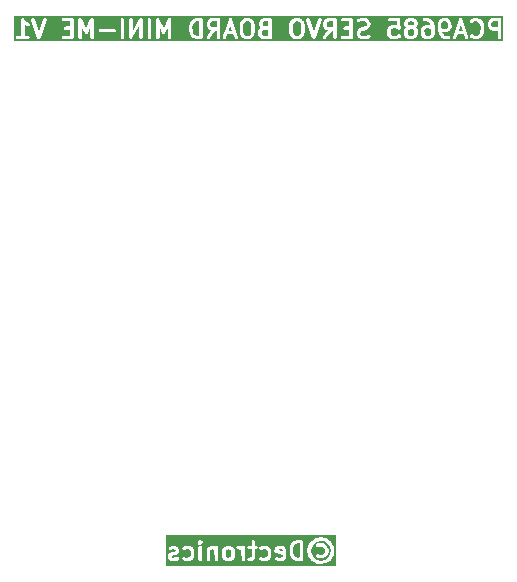
<source format=gbr>
%TF.GenerationSoftware,KiCad,Pcbnew,8.0.2*%
%TF.CreationDate,2025-04-18T13:41:41+02:00*%
%TF.ProjectId,PCA9685 board,50434139-3638-4352-9062-6f6172642e6b,rev?*%
%TF.SameCoordinates,Original*%
%TF.FileFunction,Legend,Bot*%
%TF.FilePolarity,Positive*%
%FSLAX46Y46*%
G04 Gerber Fmt 4.6, Leading zero omitted, Abs format (unit mm)*
G04 Created by KiCad (PCBNEW 8.0.2) date 2025-04-18 13:41:41*
%MOMM*%
%LPD*%
G01*
G04 APERTURE LIST*
%ADD10C,0.300000*%
G04 APERTURE END LIST*
D10*
G36*
X161210323Y-113062927D02*
G01*
X161031658Y-113064260D01*
X160869884Y-113012359D01*
X160769175Y-112914127D01*
X160715744Y-112811220D01*
X160650526Y-112559873D01*
X160648417Y-112381660D01*
X160708777Y-112130749D01*
X160762660Y-112018746D01*
X160863623Y-111915236D01*
X161018394Y-111861695D01*
X161208056Y-111860280D01*
X161210323Y-113062927D01*
G37*
G36*
X165479432Y-111902427D02*
G01*
X165579017Y-111999561D01*
X165636396Y-112220696D01*
X165638915Y-112683392D01*
X165582312Y-112918687D01*
X165488649Y-113014714D01*
X165397346Y-113062119D01*
X165182350Y-113064086D01*
X165093264Y-113021229D01*
X164993680Y-112924094D01*
X164936299Y-112702957D01*
X164933780Y-112240264D01*
X164990384Y-112004969D01*
X165084049Y-111908940D01*
X165175349Y-111861536D01*
X165390345Y-111859569D01*
X165479432Y-111902427D01*
G37*
G36*
X167067465Y-113062535D02*
G01*
X166682960Y-113064380D01*
X166592737Y-113020975D01*
X166554072Y-112983984D01*
X166507398Y-112894088D01*
X166505696Y-112750316D01*
X166548629Y-112661074D01*
X166579264Y-112629053D01*
X166732578Y-112576017D01*
X167066545Y-112574199D01*
X167067465Y-113062535D01*
G37*
G36*
X167065984Y-112276924D02*
G01*
X166754298Y-112278622D01*
X166664166Y-112235261D01*
X166625503Y-112198272D01*
X166578663Y-112108059D01*
X166577446Y-112035362D01*
X166620057Y-111946789D01*
X166657047Y-111908125D01*
X166746548Y-111861655D01*
X167065199Y-111859920D01*
X167065984Y-112276924D01*
G37*
G36*
X169693718Y-111902427D02*
G01*
X169793303Y-111999561D01*
X169850682Y-112220696D01*
X169853201Y-112683392D01*
X169796598Y-112918687D01*
X169702935Y-113014714D01*
X169611632Y-113062119D01*
X169396636Y-113064086D01*
X169307550Y-113021229D01*
X169207966Y-112924094D01*
X169150585Y-112702957D01*
X169148066Y-112240264D01*
X169204670Y-112004969D01*
X169298335Y-111908940D01*
X169389635Y-111861536D01*
X169604631Y-111859569D01*
X169693718Y-111902427D01*
G37*
G36*
X179337099Y-112545537D02*
G01*
X179375765Y-112582529D01*
X179422352Y-112672256D01*
X179424319Y-112887254D01*
X179381208Y-112976867D01*
X179344217Y-113015532D01*
X179254490Y-113062119D01*
X179039492Y-113064086D01*
X178949879Y-113020975D01*
X178911216Y-112983986D01*
X178864626Y-112894255D01*
X178862659Y-112679259D01*
X178905771Y-112589644D01*
X178942760Y-112550982D01*
X179032491Y-112504393D01*
X179247487Y-112502426D01*
X179337099Y-112545537D01*
G37*
G36*
X179337099Y-111902680D02*
G01*
X179375765Y-111939671D01*
X179423009Y-112030664D01*
X179423067Y-112032714D01*
X179381208Y-112119724D01*
X179344217Y-112158389D01*
X179254490Y-112204976D01*
X179039492Y-112206943D01*
X178949879Y-112163832D01*
X178911216Y-112126843D01*
X178863969Y-112035847D01*
X178863911Y-112033799D01*
X178905770Y-111946789D01*
X178942760Y-111908125D01*
X179032491Y-111861536D01*
X179247487Y-111859569D01*
X179337099Y-111902680D01*
G37*
G36*
X180765671Y-112474109D02*
G01*
X180804335Y-112511099D01*
X180851821Y-112602557D01*
X180853184Y-112886644D01*
X180809779Y-112976867D01*
X180772788Y-113015532D01*
X180683061Y-113062119D01*
X180468063Y-113064086D01*
X180378450Y-113020975D01*
X180339787Y-112983986D01*
X180293252Y-112894360D01*
X180291116Y-112608066D01*
X180334341Y-112518218D01*
X180371332Y-112479553D01*
X180461061Y-112432965D01*
X180676058Y-112430998D01*
X180765671Y-112474109D01*
G37*
G36*
X182194241Y-111902680D02*
G01*
X182232907Y-111939671D01*
X182279439Y-112029294D01*
X182281575Y-112315589D01*
X182238350Y-112405438D01*
X182201361Y-112444101D01*
X182111630Y-112490691D01*
X181896634Y-112492658D01*
X181807022Y-112449547D01*
X181768358Y-112412557D01*
X181720870Y-112321097D01*
X181719507Y-112037011D01*
X181762912Y-111946789D01*
X181799902Y-111908125D01*
X181889633Y-111861536D01*
X182104629Y-111859569D01*
X182194241Y-111902680D01*
G37*
G36*
X162708976Y-112348255D02*
G01*
X162511232Y-112349204D01*
X162503885Y-112347577D01*
X162494198Y-112349286D01*
X162325817Y-112350094D01*
X162235594Y-112306689D01*
X162196929Y-112269698D01*
X162150255Y-112179802D01*
X162148553Y-112036030D01*
X162191486Y-111946788D01*
X162228475Y-111908125D01*
X162317936Y-111861676D01*
X162708055Y-111859804D01*
X162708976Y-112348255D01*
G37*
G36*
X172566119Y-112348255D02*
G01*
X172368375Y-112349204D01*
X172361028Y-112347577D01*
X172351341Y-112349286D01*
X172182960Y-112350094D01*
X172092737Y-112306689D01*
X172054072Y-112269698D01*
X172007398Y-112179802D01*
X172005696Y-112036030D01*
X172048629Y-111946788D01*
X172085618Y-111908125D01*
X172175079Y-111861676D01*
X172565198Y-111859804D01*
X172566119Y-112348255D01*
G37*
G36*
X164008812Y-112634055D02*
G01*
X163706850Y-112635226D01*
X163857125Y-112181696D01*
X164008812Y-112634055D01*
G37*
G36*
X183508810Y-112634055D02*
G01*
X183206848Y-112635226D01*
X183357123Y-112181696D01*
X183508810Y-112634055D01*
G37*
G36*
X186494688Y-112348255D02*
G01*
X186111529Y-112350094D01*
X186021306Y-112306689D01*
X185982641Y-112269698D01*
X185935967Y-112179802D01*
X185934265Y-112036030D01*
X185977198Y-111946788D01*
X186014187Y-111908125D01*
X186103648Y-111861676D01*
X186493767Y-111859804D01*
X186494688Y-112348255D01*
G37*
G36*
X186960156Y-113528495D02*
G01*
X145543990Y-113528495D01*
X145543990Y-113182564D01*
X145710657Y-113182564D01*
X145710657Y-113241092D01*
X145733055Y-113295164D01*
X145774439Y-113336548D01*
X145828511Y-113358946D01*
X145857775Y-113361828D01*
X146744182Y-113358946D01*
X146798254Y-113336548D01*
X146839638Y-113295164D01*
X146862036Y-113241092D01*
X146862036Y-113182564D01*
X146839638Y-113128492D01*
X146798254Y-113087108D01*
X146744182Y-113064710D01*
X146714918Y-113061828D01*
X146436066Y-113062734D01*
X146434328Y-112140633D01*
X146467721Y-112173205D01*
X146480093Y-112187470D01*
X146486445Y-112191468D01*
X146488725Y-112193692D01*
X146492387Y-112195208D01*
X146504979Y-112203135D01*
X146675299Y-112285073D01*
X146733679Y-112289222D01*
X146789201Y-112270715D01*
X146833417Y-112232368D01*
X146859591Y-112180019D01*
X146863740Y-112121639D01*
X146845232Y-112066116D01*
X146806886Y-112021901D01*
X146782000Y-112006236D01*
X146664692Y-111949801D01*
X146551851Y-111839737D01*
X146477490Y-111730589D01*
X146994667Y-111730589D01*
X147001187Y-111759262D01*
X147498080Y-113241098D01*
X147498816Y-113251448D01*
X147507119Y-113268055D01*
X147513175Y-113286113D01*
X147520197Y-113294210D01*
X147524990Y-113303795D01*
X147539196Y-113316116D01*
X147551522Y-113330328D01*
X147561109Y-113335121D01*
X147569204Y-113342142D01*
X147587046Y-113348089D01*
X147603870Y-113356501D01*
X147614560Y-113357260D01*
X147624728Y-113360650D01*
X147643484Y-113359317D01*
X147662250Y-113360651D01*
X147672420Y-113357260D01*
X147683109Y-113356501D01*
X147699930Y-113348090D01*
X147717774Y-113342142D01*
X147725870Y-113335119D01*
X147735456Y-113330327D01*
X147747779Y-113316118D01*
X147761988Y-113303795D01*
X147766780Y-113294209D01*
X147773803Y-113286113D01*
X147785791Y-113259262D01*
X148292312Y-111730588D01*
X148288898Y-111682564D01*
X149567800Y-111682564D01*
X149567800Y-111741092D01*
X149590198Y-111795164D01*
X149631582Y-111836548D01*
X149685654Y-111858946D01*
X149714918Y-111861828D01*
X150279482Y-111859639D01*
X150280268Y-112276924D01*
X149899940Y-112278996D01*
X149845868Y-112301394D01*
X149804484Y-112342778D01*
X149782086Y-112396850D01*
X149782086Y-112455378D01*
X149804484Y-112509450D01*
X149845868Y-112550834D01*
X149899940Y-112573232D01*
X149929204Y-112576114D01*
X150280829Y-112574199D01*
X150281749Y-113062399D01*
X149685654Y-113064710D01*
X149631582Y-113087108D01*
X149590198Y-113128492D01*
X149567800Y-113182564D01*
X149567800Y-113241092D01*
X149590198Y-113295164D01*
X149631582Y-113336548D01*
X149685654Y-113358946D01*
X149714918Y-113361828D01*
X150458468Y-113358946D01*
X150512540Y-113336548D01*
X150553924Y-113295164D01*
X150576322Y-113241092D01*
X150579204Y-113211828D01*
X150576377Y-111711828D01*
X150993490Y-111711828D01*
X150996372Y-113241092D01*
X151018770Y-113295164D01*
X151060154Y-113336548D01*
X151114226Y-113358946D01*
X151172754Y-113358946D01*
X151226826Y-113336548D01*
X151268210Y-113295164D01*
X151290608Y-113241092D01*
X151293490Y-113211828D01*
X151291923Y-112380843D01*
X151507760Y-112840494D01*
X151515230Y-112861035D01*
X151519695Y-112865911D01*
X151522550Y-112871990D01*
X151539355Y-112887380D01*
X151554757Y-112904198D01*
X151560800Y-112907018D01*
X151565713Y-112911517D01*
X151587133Y-112919306D01*
X151607795Y-112928948D01*
X151614452Y-112929240D01*
X151620715Y-112931518D01*
X151643494Y-112930517D01*
X151666265Y-112931518D01*
X151672524Y-112929241D01*
X151679186Y-112928949D01*
X151699853Y-112919304D01*
X151721268Y-112911517D01*
X151726181Y-112907017D01*
X151732223Y-112904198D01*
X151747618Y-112887385D01*
X151764431Y-112871990D01*
X151769399Y-112863601D01*
X151771750Y-112861035D01*
X151773069Y-112857405D01*
X151779417Y-112846690D01*
X151994753Y-112382375D01*
X151996372Y-113241092D01*
X152018770Y-113295164D01*
X152060154Y-113336548D01*
X152114226Y-113358946D01*
X152172754Y-113358946D01*
X152226826Y-113336548D01*
X152268210Y-113295164D01*
X152290608Y-113241092D01*
X152293490Y-113211828D01*
X152292358Y-112611136D01*
X152710658Y-112611136D01*
X152710658Y-112669664D01*
X152733056Y-112723736D01*
X152774440Y-112765120D01*
X152828512Y-112787518D01*
X152857776Y-112790400D01*
X154029897Y-112787518D01*
X154083969Y-112765120D01*
X154125353Y-112723736D01*
X154147751Y-112669664D01*
X154147751Y-112611136D01*
X154125353Y-112557064D01*
X154083969Y-112515680D01*
X154029897Y-112493282D01*
X154000633Y-112490400D01*
X152828512Y-112493282D01*
X152774440Y-112515680D01*
X152733056Y-112557064D01*
X152710658Y-112611136D01*
X152292358Y-112611136D01*
X152290666Y-111713720D01*
X152290749Y-111711828D01*
X154564919Y-111711828D01*
X154567801Y-113241092D01*
X154590199Y-113295164D01*
X154631583Y-113336548D01*
X154685655Y-113358946D01*
X154744183Y-113358946D01*
X154798255Y-113336548D01*
X154839639Y-113295164D01*
X154862037Y-113241092D01*
X154864919Y-113211828D01*
X154862092Y-111711828D01*
X155279205Y-111711828D01*
X155282015Y-113203077D01*
X155279571Y-113222305D01*
X155282068Y-113231463D01*
X155282087Y-113241092D01*
X155289722Y-113259524D01*
X155294971Y-113278769D01*
X155300825Y-113286328D01*
X155304485Y-113295164D01*
X155318592Y-113309271D01*
X155330806Y-113325043D01*
X155339108Y-113329787D01*
X155345869Y-113336548D01*
X155364299Y-113344182D01*
X155381622Y-113354081D01*
X155391107Y-113355286D01*
X155399941Y-113358946D01*
X155419891Y-113358946D01*
X155439682Y-113361462D01*
X155448907Y-113358946D01*
X155458469Y-113358946D01*
X155476901Y-113351310D01*
X155496146Y-113346062D01*
X155503705Y-113340207D01*
X155512541Y-113336548D01*
X155526648Y-113322440D01*
X155542420Y-113310227D01*
X155551125Y-113297963D01*
X155553925Y-113295164D01*
X155555063Y-113292416D01*
X155559441Y-113286249D01*
X156137401Y-112270954D01*
X156139230Y-113241092D01*
X156161628Y-113295164D01*
X156203012Y-113336548D01*
X156257084Y-113358946D01*
X156315612Y-113358946D01*
X156369684Y-113336548D01*
X156411068Y-113295164D01*
X156433466Y-113241092D01*
X156436348Y-113211828D01*
X156433537Y-111720577D01*
X156434650Y-111711828D01*
X156850634Y-111711828D01*
X156853516Y-113241092D01*
X156875914Y-113295164D01*
X156917298Y-113336548D01*
X156971370Y-113358946D01*
X157029898Y-113358946D01*
X157083970Y-113336548D01*
X157125354Y-113295164D01*
X157147752Y-113241092D01*
X157150634Y-113211828D01*
X157147807Y-111711828D01*
X157564920Y-111711828D01*
X157567802Y-113241092D01*
X157590200Y-113295164D01*
X157631584Y-113336548D01*
X157685656Y-113358946D01*
X157744184Y-113358946D01*
X157798256Y-113336548D01*
X157839640Y-113295164D01*
X157862038Y-113241092D01*
X157864920Y-113211828D01*
X157863353Y-112380843D01*
X158079190Y-112840494D01*
X158086660Y-112861035D01*
X158091125Y-112865911D01*
X158093980Y-112871990D01*
X158110785Y-112887380D01*
X158126187Y-112904198D01*
X158132230Y-112907018D01*
X158137143Y-112911517D01*
X158158563Y-112919306D01*
X158179225Y-112928948D01*
X158185882Y-112929240D01*
X158192145Y-112931518D01*
X158214924Y-112930517D01*
X158237695Y-112931518D01*
X158243954Y-112929241D01*
X158250616Y-112928949D01*
X158271283Y-112919304D01*
X158292698Y-112911517D01*
X158297611Y-112907017D01*
X158303653Y-112904198D01*
X158319048Y-112887385D01*
X158335861Y-112871990D01*
X158340829Y-112863601D01*
X158343180Y-112861035D01*
X158344499Y-112857405D01*
X158350847Y-112846690D01*
X158566183Y-112382375D01*
X158567802Y-113241092D01*
X158590200Y-113295164D01*
X158631584Y-113336548D01*
X158685656Y-113358946D01*
X158744184Y-113358946D01*
X158798256Y-113336548D01*
X158839640Y-113295164D01*
X158862038Y-113241092D01*
X158864920Y-113211828D01*
X158863304Y-112354685D01*
X160350634Y-112354685D01*
X160353075Y-112561042D01*
X160350811Y-112576262D01*
X160353468Y-112594232D01*
X160353516Y-112598235D01*
X160354363Y-112600279D01*
X160355113Y-112605351D01*
X160426370Y-112879971D01*
X160427389Y-112894304D01*
X160435777Y-112916224D01*
X160436434Y-112918756D01*
X160437078Y-112919626D01*
X160437898Y-112921767D01*
X160511908Y-113064310D01*
X160518770Y-113080877D01*
X160523505Y-113086647D01*
X160524992Y-113089510D01*
X160527985Y-113092106D01*
X160537425Y-113103608D01*
X160666342Y-113229353D01*
X160667849Y-113232367D01*
X160682134Y-113244757D01*
X160703012Y-113265121D01*
X160707991Y-113267183D01*
X160712063Y-113270715D01*
X160738914Y-113282703D01*
X160953543Y-113351561D01*
X160971370Y-113358946D01*
X160978858Y-113359683D01*
X160981874Y-113360651D01*
X160985828Y-113360369D01*
X161000634Y-113361828D01*
X161387041Y-113358946D01*
X161441113Y-113336548D01*
X161482497Y-113295164D01*
X161504895Y-113241092D01*
X161507777Y-113211828D01*
X161505489Y-111997542D01*
X161850634Y-111997542D01*
X161852908Y-112189775D01*
X161851812Y-112193066D01*
X161853174Y-112212244D01*
X161853516Y-112241092D01*
X161855578Y-112246070D01*
X161855960Y-112251446D01*
X161866470Y-112278910D01*
X161940478Y-112421451D01*
X161947341Y-112438020D01*
X161952076Y-112443790D01*
X161953563Y-112446653D01*
X161956556Y-112449249D01*
X161965996Y-112460751D01*
X162041151Y-112532652D01*
X162051524Y-112544613D01*
X162057747Y-112548530D01*
X162060156Y-112550835D01*
X162063817Y-112552351D01*
X162076409Y-112560278D01*
X162200934Y-112620184D01*
X162203012Y-112622262D01*
X162219134Y-112628940D01*
X162224721Y-112631628D01*
X161863328Y-113151435D01*
X161850669Y-113208577D01*
X161860840Y-113266213D01*
X161892293Y-113315570D01*
X161940241Y-113349134D01*
X161997383Y-113361793D01*
X162055019Y-113351622D01*
X162104376Y-113320169D01*
X162123519Y-113297847D01*
X162576609Y-112646149D01*
X162709536Y-112645511D01*
X162710659Y-113241092D01*
X162733057Y-113295164D01*
X162774441Y-113336548D01*
X162828513Y-113358946D01*
X162887041Y-113358946D01*
X162941113Y-113336548D01*
X162982497Y-113295164D01*
X163004895Y-113241092D01*
X163007777Y-113211828D01*
X163007742Y-113193067D01*
X163208954Y-113193067D01*
X163213103Y-113251448D01*
X163239277Y-113303795D01*
X163283491Y-113342142D01*
X163339015Y-113360650D01*
X163397396Y-113356501D01*
X163449743Y-113330327D01*
X163488090Y-113286113D01*
X163500078Y-113259262D01*
X163608236Y-112932839D01*
X164108351Y-112930901D01*
X164227462Y-113286113D01*
X164265809Y-113330328D01*
X164318157Y-113356501D01*
X164376537Y-113360651D01*
X164432061Y-113342142D01*
X164476275Y-113303795D01*
X164502449Y-113251448D01*
X164506599Y-113193068D01*
X164500079Y-113164394D01*
X164180661Y-112211828D01*
X164636348Y-112211828D01*
X164639019Y-112702359D01*
X164636525Y-112719119D01*
X164639209Y-112737269D01*
X164639230Y-112741092D01*
X164640076Y-112743136D01*
X164640827Y-112748209D01*
X164710659Y-113017332D01*
X164710659Y-113026804D01*
X164717238Y-113042689D01*
X164722149Y-113061613D01*
X164728788Y-113070573D01*
X164733056Y-113080877D01*
X164751711Y-113103608D01*
X164896300Y-113244639D01*
X164908667Y-113258899D01*
X164915017Y-113262896D01*
X164917298Y-113265121D01*
X164920961Y-113266638D01*
X164933552Y-113274564D01*
X165058077Y-113334470D01*
X165060155Y-113336548D01*
X165076277Y-113343226D01*
X165103873Y-113356502D01*
X165109248Y-113356883D01*
X165114227Y-113358946D01*
X165143491Y-113361828D01*
X165406750Y-113359419D01*
X165410443Y-113360650D01*
X165430871Y-113359198D01*
X165458469Y-113358946D01*
X165463447Y-113356883D01*
X165468823Y-113356502D01*
X165496286Y-113345992D01*
X165638820Y-113271987D01*
X165655399Y-113265121D01*
X165661172Y-113260382D01*
X165664030Y-113258899D01*
X165666623Y-113255909D01*
X165678129Y-113246466D01*
X165808130Y-113113183D01*
X165815704Y-113108639D01*
X165825633Y-113095238D01*
X165839641Y-113080877D01*
X165843908Y-113070573D01*
X165850548Y-113061613D01*
X165860441Y-113033922D01*
X165927309Y-112755953D01*
X165933466Y-112741092D01*
X165935254Y-112722926D01*
X165936171Y-112719119D01*
X165935845Y-112716931D01*
X165936348Y-112711828D01*
X166207777Y-112711828D01*
X166210051Y-112904061D01*
X166208955Y-112907352D01*
X166210317Y-112926530D01*
X166210659Y-112955378D01*
X166212721Y-112960356D01*
X166213103Y-112965732D01*
X166223613Y-112993196D01*
X166297621Y-113135737D01*
X166304484Y-113152306D01*
X166309219Y-113158076D01*
X166310706Y-113160939D01*
X166313699Y-113163535D01*
X166323139Y-113175037D01*
X166398294Y-113246938D01*
X166408667Y-113258899D01*
X166414890Y-113262816D01*
X166417299Y-113265121D01*
X166420960Y-113266637D01*
X166433552Y-113274564D01*
X166558077Y-113334470D01*
X166560155Y-113336548D01*
X166576277Y-113343226D01*
X166603873Y-113356502D01*
X166609248Y-113356883D01*
X166614227Y-113358946D01*
X166643491Y-113361828D01*
X167244184Y-113358946D01*
X167298256Y-113336548D01*
X167339640Y-113295164D01*
X167362038Y-113241092D01*
X167364920Y-113211828D01*
X167363035Y-112211828D01*
X168850634Y-112211828D01*
X168853305Y-112702359D01*
X168850811Y-112719119D01*
X168853495Y-112737269D01*
X168853516Y-112741092D01*
X168854362Y-112743136D01*
X168855113Y-112748209D01*
X168924945Y-113017332D01*
X168924945Y-113026804D01*
X168931524Y-113042689D01*
X168936435Y-113061613D01*
X168943074Y-113070573D01*
X168947342Y-113080877D01*
X168965997Y-113103608D01*
X169110586Y-113244639D01*
X169122953Y-113258899D01*
X169129303Y-113262896D01*
X169131584Y-113265121D01*
X169135247Y-113266638D01*
X169147838Y-113274564D01*
X169272363Y-113334470D01*
X169274441Y-113336548D01*
X169290563Y-113343226D01*
X169318159Y-113356502D01*
X169323534Y-113356883D01*
X169328513Y-113358946D01*
X169357777Y-113361828D01*
X169621036Y-113359419D01*
X169624729Y-113360650D01*
X169645157Y-113359198D01*
X169672755Y-113358946D01*
X169677733Y-113356883D01*
X169683109Y-113356502D01*
X169710572Y-113345992D01*
X169853106Y-113271987D01*
X169869685Y-113265121D01*
X169875458Y-113260382D01*
X169878316Y-113258899D01*
X169880909Y-113255909D01*
X169892415Y-113246466D01*
X170022416Y-113113183D01*
X170029990Y-113108639D01*
X170039919Y-113095238D01*
X170053927Y-113080877D01*
X170058194Y-113070573D01*
X170064834Y-113061613D01*
X170074727Y-113033922D01*
X170141595Y-112755953D01*
X170147752Y-112741092D01*
X170149540Y-112722926D01*
X170150457Y-112719119D01*
X170150131Y-112716931D01*
X170150634Y-112711828D01*
X170147962Y-112221296D01*
X170150457Y-112204537D01*
X170147772Y-112186387D01*
X170147752Y-112182564D01*
X170146904Y-112180519D01*
X170146155Y-112175448D01*
X170076324Y-111906324D01*
X170076324Y-111896851D01*
X170069743Y-111880963D01*
X170064834Y-111862043D01*
X170058195Y-111853083D01*
X170053927Y-111842778D01*
X170035272Y-111820048D01*
X169943555Y-111730589D01*
X170280383Y-111730589D01*
X170286903Y-111759262D01*
X170783796Y-113241098D01*
X170784532Y-113251448D01*
X170792835Y-113268055D01*
X170798891Y-113286113D01*
X170805913Y-113294210D01*
X170810706Y-113303795D01*
X170824912Y-113316116D01*
X170837238Y-113330328D01*
X170846825Y-113335121D01*
X170854920Y-113342142D01*
X170872762Y-113348089D01*
X170889586Y-113356501D01*
X170900276Y-113357260D01*
X170910444Y-113360650D01*
X170929200Y-113359317D01*
X170947966Y-113360651D01*
X170958136Y-113357260D01*
X170968825Y-113356501D01*
X170985646Y-113348090D01*
X171003490Y-113342142D01*
X171011586Y-113335119D01*
X171021172Y-113330327D01*
X171033495Y-113316118D01*
X171047704Y-113303795D01*
X171052496Y-113294209D01*
X171059519Y-113286113D01*
X171071507Y-113259262D01*
X171489574Y-111997542D01*
X171707777Y-111997542D01*
X171710051Y-112189775D01*
X171708955Y-112193066D01*
X171710317Y-112212244D01*
X171710659Y-112241092D01*
X171712721Y-112246070D01*
X171713103Y-112251446D01*
X171723613Y-112278910D01*
X171797621Y-112421451D01*
X171804484Y-112438020D01*
X171809219Y-112443790D01*
X171810706Y-112446653D01*
X171813699Y-112449249D01*
X171823139Y-112460751D01*
X171898294Y-112532652D01*
X171908667Y-112544613D01*
X171914890Y-112548530D01*
X171917299Y-112550835D01*
X171920960Y-112552351D01*
X171933552Y-112560278D01*
X172058077Y-112620184D01*
X172060155Y-112622262D01*
X172076277Y-112628940D01*
X172081864Y-112631628D01*
X171720471Y-113151435D01*
X171707812Y-113208577D01*
X171717983Y-113266213D01*
X171749436Y-113315570D01*
X171797384Y-113349134D01*
X171854526Y-113361793D01*
X171912162Y-113351622D01*
X171961519Y-113320169D01*
X171980662Y-113297847D01*
X172433752Y-112646149D01*
X172566679Y-112645511D01*
X172567802Y-113241092D01*
X172590200Y-113295164D01*
X172631584Y-113336548D01*
X172685656Y-113358946D01*
X172744184Y-113358946D01*
X172798256Y-113336548D01*
X172839640Y-113295164D01*
X172862038Y-113241092D01*
X172864920Y-113211828D01*
X172862038Y-111682564D01*
X173210659Y-111682564D01*
X173210659Y-111741092D01*
X173233057Y-111795164D01*
X173274441Y-111836548D01*
X173328513Y-111858946D01*
X173357777Y-111861828D01*
X173922341Y-111859639D01*
X173923127Y-112276924D01*
X173542799Y-112278996D01*
X173488727Y-112301394D01*
X173447343Y-112342778D01*
X173424945Y-112396850D01*
X173424945Y-112455378D01*
X173447343Y-112509450D01*
X173488727Y-112550834D01*
X173542799Y-112573232D01*
X173572063Y-112576114D01*
X173923688Y-112574199D01*
X173924608Y-113062399D01*
X173328513Y-113064710D01*
X173274441Y-113087108D01*
X173233057Y-113128492D01*
X173210659Y-113182564D01*
X173210659Y-113241092D01*
X173233057Y-113295164D01*
X173274441Y-113336548D01*
X173328513Y-113358946D01*
X173357777Y-113361828D01*
X174101327Y-113358946D01*
X174155399Y-113336548D01*
X174196783Y-113295164D01*
X174219181Y-113241092D01*
X174222063Y-113211828D01*
X174221255Y-112783257D01*
X174564919Y-112783257D01*
X174566953Y-112904782D01*
X174566097Y-112907353D01*
X174567274Y-112923917D01*
X174567801Y-112955378D01*
X174569864Y-112960358D01*
X174570246Y-112965733D01*
X174580755Y-112993196D01*
X174654764Y-113135738D01*
X174661627Y-113152306D01*
X174666362Y-113158076D01*
X174667849Y-113160939D01*
X174670842Y-113163535D01*
X174680282Y-113175037D01*
X174755437Y-113246938D01*
X174765810Y-113258899D01*
X174772033Y-113262816D01*
X174774442Y-113265121D01*
X174778103Y-113266637D01*
X174790695Y-113274564D01*
X174915220Y-113334470D01*
X174917298Y-113336548D01*
X174933420Y-113343226D01*
X174961016Y-113356502D01*
X174966391Y-113356883D01*
X174971370Y-113358946D01*
X175000634Y-113361828D01*
X175355826Y-113359178D01*
X175376537Y-113360651D01*
X175383933Y-113358969D01*
X175387041Y-113358946D01*
X175390698Y-113357430D01*
X175405211Y-113354131D01*
X175646347Y-113270714D01*
X175690561Y-113232367D01*
X175716735Y-113180020D01*
X175720884Y-113121640D01*
X175702376Y-113066115D01*
X175664029Y-113021901D01*
X175611682Y-112995727D01*
X175553302Y-112991578D01*
X175524628Y-112998097D01*
X175340015Y-113061960D01*
X175039729Y-113064200D01*
X174949880Y-113020975D01*
X174911217Y-112983986D01*
X174864377Y-112893773D01*
X174863160Y-112821077D01*
X174905771Y-112732504D01*
X174942762Y-112693839D01*
X175044097Y-112641224D01*
X175311634Y-112571805D01*
X175325967Y-112570787D01*
X175330712Y-112568971D01*
X177136347Y-112568971D01*
X177138841Y-112903403D01*
X177137525Y-112907353D01*
X177139028Y-112928510D01*
X177139229Y-112955378D01*
X177141292Y-112960358D01*
X177141674Y-112965733D01*
X177152183Y-112993196D01*
X177226192Y-113135738D01*
X177233055Y-113152306D01*
X177237790Y-113158076D01*
X177239277Y-113160939D01*
X177242270Y-113163535D01*
X177251710Y-113175037D01*
X177326865Y-113246938D01*
X177337238Y-113258899D01*
X177343461Y-113262816D01*
X177345870Y-113265121D01*
X177349531Y-113266637D01*
X177362123Y-113274564D01*
X177486648Y-113334470D01*
X177488726Y-113336548D01*
X177504848Y-113343226D01*
X177532444Y-113356502D01*
X177537819Y-113356883D01*
X177542798Y-113358946D01*
X177572062Y-113361828D01*
X177906494Y-113359333D01*
X177910443Y-113360650D01*
X177931605Y-113359146D01*
X177958469Y-113358946D01*
X177963447Y-113356883D01*
X177968823Y-113356502D01*
X177996287Y-113345992D01*
X178138830Y-113271982D01*
X178155398Y-113265120D01*
X178161166Y-113260385D01*
X178164030Y-113258899D01*
X178166626Y-113255904D01*
X178178129Y-113246465D01*
X178268211Y-113152306D01*
X178290608Y-113098233D01*
X178290607Y-113039707D01*
X178268210Y-112985635D01*
X178226824Y-112944250D01*
X178172752Y-112921853D01*
X178114226Y-112921854D01*
X178060154Y-112944251D01*
X178037423Y-112962906D01*
X177987075Y-113015532D01*
X177897453Y-113062064D01*
X177611157Y-113064200D01*
X177521308Y-113020975D01*
X177482645Y-112983986D01*
X177436110Y-112894360D01*
X177433974Y-112608066D01*
X177477199Y-112518218D01*
X177514190Y-112479553D01*
X177603814Y-112433020D01*
X177890109Y-112430884D01*
X177979958Y-112474109D01*
X178025829Y-112517995D01*
X178027681Y-112521446D01*
X178039804Y-112531365D01*
X178060154Y-112550834D01*
X178067132Y-112553724D01*
X178072978Y-112558507D01*
X178093969Y-112564840D01*
X178114226Y-112573231D01*
X178121778Y-112573231D01*
X178129010Y-112575413D01*
X178150826Y-112573231D01*
X178172752Y-112573232D01*
X178179730Y-112570341D01*
X178187247Y-112569590D01*
X178206566Y-112559225D01*
X178226824Y-112550835D01*
X178232166Y-112545492D01*
X178238822Y-112541922D01*
X178252702Y-112524956D01*
X178268210Y-112509450D01*
X178271100Y-112502470D01*
X178275883Y-112496626D01*
X178282217Y-112475631D01*
X178290607Y-112455378D01*
X178290607Y-112447828D01*
X178292790Y-112440594D01*
X178292746Y-112411188D01*
X178249769Y-111997542D01*
X178564918Y-111997542D01*
X178566399Y-112049299D01*
X178566096Y-112050210D01*
X178566647Y-112057971D01*
X178567800Y-112098235D01*
X178569863Y-112103215D01*
X178570245Y-112108590D01*
X178580754Y-112136053D01*
X178654763Y-112278595D01*
X178661626Y-112295163D01*
X178666361Y-112300933D01*
X178667848Y-112303796D01*
X178670841Y-112306392D01*
X178680281Y-112317894D01*
X178718650Y-112354602D01*
X178679813Y-112395196D01*
X178667848Y-112405574D01*
X178663929Y-112411799D01*
X178661627Y-112414206D01*
X178660111Y-112417864D01*
X178652183Y-112430460D01*
X178592274Y-112554987D01*
X178590198Y-112557064D01*
X178583521Y-112573181D01*
X178570244Y-112600781D01*
X178569861Y-112606158D01*
X178567800Y-112611136D01*
X178564918Y-112640400D01*
X178567326Y-112903660D01*
X178566096Y-112907353D01*
X178567547Y-112927776D01*
X178567800Y-112955378D01*
X178569863Y-112960358D01*
X178570245Y-112965733D01*
X178580754Y-112993196D01*
X178654763Y-113135738D01*
X178661626Y-113152306D01*
X178666361Y-113158076D01*
X178667848Y-113160939D01*
X178670841Y-113163535D01*
X178680281Y-113175037D01*
X178755436Y-113246938D01*
X178765809Y-113258899D01*
X178772032Y-113262816D01*
X178774441Y-113265121D01*
X178778102Y-113266637D01*
X178790694Y-113274564D01*
X178915219Y-113334470D01*
X178917297Y-113336548D01*
X178933419Y-113343226D01*
X178961015Y-113356502D01*
X178966390Y-113356883D01*
X178971369Y-113358946D01*
X179000633Y-113361828D01*
X179263892Y-113359419D01*
X179267585Y-113360650D01*
X179288013Y-113359198D01*
X179315611Y-113358946D01*
X179320589Y-113356883D01*
X179325965Y-113356502D01*
X179353429Y-113345992D01*
X179495970Y-113271983D01*
X179512539Y-113265121D01*
X179518309Y-113260385D01*
X179521172Y-113258899D01*
X179523768Y-113255905D01*
X179535270Y-113246466D01*
X179607171Y-113171310D01*
X179619132Y-113160938D01*
X179623049Y-113154714D01*
X179625354Y-113152306D01*
X179626870Y-113148644D01*
X179634797Y-113136053D01*
X179694703Y-113011527D01*
X179696781Y-113009450D01*
X179703459Y-112993327D01*
X179716735Y-112965732D01*
X179717116Y-112960356D01*
X179719179Y-112955378D01*
X179722061Y-112926114D01*
X179719652Y-112662855D01*
X179720883Y-112659163D01*
X179719431Y-112638734D01*
X179719179Y-112611136D01*
X179717116Y-112606157D01*
X179716735Y-112600782D01*
X179706226Y-112573319D01*
X179703969Y-112568971D01*
X179993489Y-112568971D01*
X179995983Y-112903403D01*
X179994667Y-112907353D01*
X179996170Y-112928510D01*
X179996371Y-112955378D01*
X179998434Y-112960358D01*
X179998816Y-112965733D01*
X180009325Y-112993196D01*
X180083334Y-113135738D01*
X180090197Y-113152306D01*
X180094932Y-113158076D01*
X180096419Y-113160939D01*
X180099412Y-113163535D01*
X180108852Y-113175037D01*
X180184007Y-113246938D01*
X180194380Y-113258899D01*
X180200603Y-113262816D01*
X180203012Y-113265121D01*
X180206673Y-113266637D01*
X180219265Y-113274564D01*
X180343790Y-113334470D01*
X180345868Y-113336548D01*
X180361990Y-113343226D01*
X180389586Y-113356502D01*
X180394961Y-113356883D01*
X180399940Y-113358946D01*
X180429204Y-113361828D01*
X180692463Y-113359419D01*
X180696156Y-113360650D01*
X180716584Y-113359198D01*
X180744182Y-113358946D01*
X180749160Y-113356883D01*
X180754536Y-113356502D01*
X180782000Y-113345992D01*
X180924541Y-113271983D01*
X180941110Y-113265121D01*
X180946880Y-113260385D01*
X180949743Y-113258899D01*
X180952339Y-113255905D01*
X180963841Y-113246466D01*
X181035742Y-113171310D01*
X181047703Y-113160938D01*
X181051620Y-113154714D01*
X181053925Y-113152306D01*
X181055441Y-113148644D01*
X181063368Y-113136053D01*
X181123274Y-113011527D01*
X181125352Y-113009450D01*
X181132030Y-112993327D01*
X181145306Y-112965732D01*
X181145687Y-112960356D01*
X181147750Y-112955378D01*
X181150632Y-112926114D01*
X181149014Y-112589050D01*
X181149454Y-112587733D01*
X181148976Y-112581009D01*
X181147936Y-112364316D01*
X181150455Y-112347394D01*
X181147768Y-112329226D01*
X181147750Y-112325421D01*
X181146902Y-112323376D01*
X181146153Y-112318305D01*
X181071846Y-112031933D01*
X181067847Y-112011714D01*
X181065417Y-112007158D01*
X181064832Y-112004900D01*
X181062627Y-112001925D01*
X181060290Y-111997542D01*
X181422060Y-111997542D01*
X181423677Y-112334606D01*
X181423238Y-112335924D01*
X181423715Y-112342646D01*
X181424755Y-112559339D01*
X181422237Y-112576262D01*
X181424923Y-112594429D01*
X181424942Y-112598235D01*
X181425788Y-112600279D01*
X181426539Y-112605352D01*
X181500849Y-112891734D01*
X181504847Y-112911942D01*
X181507274Y-112916494D01*
X181507861Y-112918756D01*
X181510067Y-112921733D01*
X181518681Y-112937890D01*
X181656766Y-113140575D01*
X181661625Y-113152306D01*
X181680067Y-113174778D01*
X181680169Y-113174927D01*
X181680215Y-113174957D01*
X181680280Y-113175037D01*
X181755435Y-113246938D01*
X181765808Y-113258899D01*
X181772031Y-113262816D01*
X181774440Y-113265121D01*
X181778101Y-113266637D01*
X181790693Y-113274564D01*
X181915218Y-113334470D01*
X181917296Y-113336548D01*
X181933418Y-113343226D01*
X181961014Y-113356502D01*
X181966389Y-113356883D01*
X181971368Y-113358946D01*
X182000632Y-113361828D01*
X182315610Y-113358946D01*
X182369682Y-113336548D01*
X182411066Y-113295164D01*
X182433464Y-113241092D01*
X182433464Y-113193067D01*
X182708952Y-113193067D01*
X182713101Y-113251448D01*
X182739275Y-113303795D01*
X182783489Y-113342142D01*
X182839013Y-113360650D01*
X182897394Y-113356501D01*
X182949741Y-113330327D01*
X182988088Y-113286113D01*
X183000076Y-113259262D01*
X183108234Y-112932839D01*
X183608349Y-112930901D01*
X183727460Y-113286113D01*
X183765807Y-113330328D01*
X183818155Y-113356501D01*
X183876535Y-113360651D01*
X183932059Y-113342142D01*
X183976273Y-113303795D01*
X184002447Y-113251448D01*
X184006597Y-113193068D01*
X184000077Y-113164394D01*
X183551088Y-111825422D01*
X184139228Y-111825422D01*
X184139228Y-111883948D01*
X184161625Y-111938020D01*
X184203011Y-111979406D01*
X184257083Y-112001803D01*
X184315609Y-112001803D01*
X184369681Y-111979406D01*
X184392412Y-111960751D01*
X184436406Y-111914766D01*
X184590321Y-111861522D01*
X184685553Y-111859927D01*
X184845664Y-111911296D01*
X184946376Y-112009529D01*
X184999806Y-112112434D01*
X185065024Y-112363782D01*
X185067133Y-112541995D01*
X185006773Y-112792906D01*
X184952890Y-112904910D01*
X184851930Y-113008419D01*
X184696652Y-113062133D01*
X184601425Y-113063728D01*
X184440649Y-113012146D01*
X184369682Y-112944251D01*
X184315610Y-112921853D01*
X184257084Y-112921853D01*
X184203012Y-112944250D01*
X184161626Y-112985635D01*
X184139228Y-113039707D01*
X184139228Y-113098233D01*
X184161625Y-113152305D01*
X184180279Y-113175036D01*
X184238423Y-113230664D01*
X184239275Y-113232367D01*
X184249210Y-113240984D01*
X184274438Y-113265120D01*
X184279414Y-113267181D01*
X184283489Y-113270715D01*
X184310340Y-113282703D01*
X184524969Y-113351561D01*
X184542796Y-113358946D01*
X184550284Y-113359683D01*
X184553300Y-113360651D01*
X184557254Y-113360369D01*
X184572060Y-113361828D01*
X184716267Y-113359413D01*
X184733677Y-113360651D01*
X184740936Y-113359000D01*
X184744181Y-113358946D01*
X184747838Y-113357430D01*
X184762351Y-113354131D01*
X184954914Y-113287518D01*
X184958466Y-113287518D01*
X184976462Y-113280063D01*
X185003488Y-113270715D01*
X185007559Y-113267183D01*
X185012539Y-113265121D01*
X185035269Y-113246466D01*
X185176289Y-113101885D01*
X185190559Y-113089510D01*
X185194559Y-113083154D01*
X185196781Y-113080877D01*
X185198296Y-113077217D01*
X185206224Y-113064624D01*
X185271366Y-112929216D01*
X185279117Y-112918756D01*
X185286960Y-112896801D01*
X185288162Y-112894304D01*
X185288238Y-112893223D01*
X185289010Y-112891065D01*
X185355878Y-112613096D01*
X185362035Y-112598235D01*
X185363823Y-112580069D01*
X185364740Y-112576262D01*
X185364414Y-112574074D01*
X185364917Y-112568971D01*
X185362475Y-112362613D01*
X185364740Y-112347394D01*
X185362082Y-112329423D01*
X185362035Y-112325421D01*
X185361187Y-112323376D01*
X185360438Y-112318305D01*
X185289180Y-112043684D01*
X185288162Y-112029352D01*
X185279773Y-112007428D01*
X185279117Y-112004900D01*
X185278472Y-112004030D01*
X185277653Y-112001888D01*
X185275396Y-111997542D01*
X185636346Y-111997542D01*
X185638620Y-112189775D01*
X185637524Y-112193066D01*
X185638886Y-112212244D01*
X185639228Y-112241092D01*
X185641290Y-112246070D01*
X185641672Y-112251446D01*
X185652182Y-112278910D01*
X185726190Y-112421451D01*
X185733053Y-112438020D01*
X185737788Y-112443790D01*
X185739275Y-112446653D01*
X185742268Y-112449249D01*
X185751708Y-112460751D01*
X185826863Y-112532652D01*
X185837236Y-112544613D01*
X185843459Y-112548530D01*
X185845868Y-112550835D01*
X185849529Y-112552351D01*
X185862121Y-112560278D01*
X185986646Y-112620184D01*
X185988724Y-112622262D01*
X186004846Y-112628940D01*
X186032442Y-112642216D01*
X186037817Y-112642597D01*
X186042796Y-112644660D01*
X186072060Y-112647542D01*
X186495248Y-112645511D01*
X186496371Y-113241092D01*
X186518769Y-113295164D01*
X186560153Y-113336548D01*
X186614225Y-113358946D01*
X186672753Y-113358946D01*
X186726825Y-113336548D01*
X186768209Y-113295164D01*
X186790607Y-113241092D01*
X186793489Y-113211828D01*
X186790607Y-111682564D01*
X186768209Y-111628492D01*
X186726825Y-111587108D01*
X186672753Y-111564710D01*
X186643489Y-111561828D01*
X186095179Y-111564458D01*
X186090821Y-111563006D01*
X186068585Y-111564586D01*
X186042796Y-111564710D01*
X186037815Y-111566773D01*
X186032441Y-111567155D01*
X186004977Y-111577664D01*
X185862433Y-111651674D01*
X185845868Y-111658536D01*
X185840097Y-111663271D01*
X185837235Y-111664758D01*
X185834638Y-111667751D01*
X185823138Y-111677190D01*
X185751240Y-111752339D01*
X185739275Y-111762717D01*
X185735356Y-111768942D01*
X185733054Y-111771349D01*
X185731538Y-111775007D01*
X185723610Y-111787603D01*
X185663703Y-111912128D01*
X185661626Y-111914206D01*
X185654947Y-111930328D01*
X185641672Y-111957924D01*
X185641290Y-111963299D01*
X185639228Y-111968278D01*
X185636346Y-111997542D01*
X185275396Y-111997542D01*
X185203644Y-111859348D01*
X185196781Y-111842778D01*
X185192044Y-111837006D01*
X185190559Y-111834146D01*
X185187566Y-111831550D01*
X185178126Y-111820048D01*
X185049209Y-111694304D01*
X185047702Y-111691290D01*
X185033412Y-111678896D01*
X185012538Y-111658536D01*
X185007558Y-111656473D01*
X185003488Y-111652943D01*
X184976637Y-111640954D01*
X184762015Y-111572097D01*
X184744181Y-111564710D01*
X184736689Y-111563972D01*
X184733678Y-111563006D01*
X184729728Y-111563286D01*
X184714917Y-111561828D01*
X184570701Y-111564242D01*
X184553299Y-111563006D01*
X184546044Y-111564655D01*
X184542796Y-111564710D01*
X184539134Y-111566226D01*
X184524625Y-111569526D01*
X184332062Y-111636140D01*
X184328511Y-111636140D01*
X184310511Y-111643594D01*
X184283489Y-111652943D01*
X184279418Y-111656472D01*
X184274438Y-111658536D01*
X184251708Y-111677191D01*
X184161625Y-111771350D01*
X184139228Y-111825422D01*
X183551088Y-111825422D01*
X183503182Y-111682558D01*
X183502447Y-111672208D01*
X183494143Y-111655600D01*
X183488088Y-111637543D01*
X183481065Y-111629446D01*
X183476273Y-111619861D01*
X183462064Y-111607537D01*
X183449741Y-111593329D01*
X183440155Y-111588536D01*
X183432059Y-111581514D01*
X183414215Y-111575565D01*
X183397394Y-111567155D01*
X183386705Y-111566395D01*
X183376535Y-111563005D01*
X183357769Y-111564338D01*
X183339013Y-111563006D01*
X183328845Y-111566395D01*
X183318155Y-111567155D01*
X183301331Y-111575566D01*
X183283489Y-111581514D01*
X183275394Y-111588534D01*
X183265807Y-111593328D01*
X183253481Y-111607539D01*
X183239275Y-111619861D01*
X183234482Y-111629445D01*
X183227460Y-111637543D01*
X183215472Y-111664394D01*
X182858129Y-112742850D01*
X182853514Y-112753993D01*
X182853514Y-112756780D01*
X182708952Y-113193067D01*
X182433464Y-113193067D01*
X182433464Y-113182564D01*
X182411066Y-113128492D01*
X182369682Y-113087108D01*
X182315610Y-113064710D01*
X182286346Y-113061828D01*
X182039491Y-113064086D01*
X181949878Y-113020975D01*
X181907557Y-112980486D01*
X181784054Y-112799206D01*
X181775302Y-112765477D01*
X181790570Y-112771801D01*
X181818156Y-112785073D01*
X181823530Y-112785454D01*
X181828511Y-112787518D01*
X181857775Y-112790400D01*
X182121035Y-112787991D01*
X182124728Y-112789222D01*
X182145151Y-112787770D01*
X182172753Y-112787518D01*
X182177733Y-112785454D01*
X182183108Y-112785073D01*
X182210571Y-112774564D01*
X182353113Y-112700554D01*
X182369681Y-112693692D01*
X182375451Y-112688956D01*
X182378314Y-112687470D01*
X182380910Y-112684476D01*
X182392412Y-112675037D01*
X182464313Y-112599881D01*
X182476274Y-112589509D01*
X182480191Y-112583285D01*
X182482496Y-112580877D01*
X182484012Y-112577215D01*
X182491939Y-112564624D01*
X182551845Y-112440098D01*
X182553923Y-112438021D01*
X182560601Y-112421898D01*
X182573877Y-112394303D01*
X182574258Y-112388927D01*
X182576321Y-112383949D01*
X182579203Y-112354685D01*
X182576708Y-112020252D01*
X182578025Y-112016304D01*
X182576521Y-111995141D01*
X182576321Y-111968278D01*
X182574258Y-111963299D01*
X182573877Y-111957924D01*
X182563367Y-111930461D01*
X182489358Y-111787918D01*
X182482495Y-111771349D01*
X182477759Y-111765578D01*
X182476274Y-111762718D01*
X182473282Y-111760123D01*
X182463840Y-111748618D01*
X182388693Y-111676725D01*
X182378314Y-111664758D01*
X182372085Y-111660837D01*
X182369680Y-111658536D01*
X182366023Y-111657021D01*
X182353428Y-111649093D01*
X182228903Y-111589186D01*
X182226825Y-111587108D01*
X182210693Y-111580426D01*
X182183108Y-111567155D01*
X182177733Y-111566773D01*
X182172753Y-111564710D01*
X182143489Y-111561828D01*
X181880228Y-111564236D01*
X181876536Y-111563006D01*
X181856112Y-111564457D01*
X181828511Y-111564710D01*
X181823530Y-111566773D01*
X181818156Y-111567155D01*
X181790692Y-111577664D01*
X181648148Y-111651674D01*
X181631583Y-111658536D01*
X181625812Y-111663271D01*
X181622950Y-111664758D01*
X181620353Y-111667751D01*
X181608853Y-111677190D01*
X181536955Y-111752339D01*
X181524990Y-111762717D01*
X181521071Y-111768942D01*
X181518769Y-111771349D01*
X181517253Y-111775007D01*
X181509325Y-111787603D01*
X181449418Y-111912127D01*
X181447340Y-111914206D01*
X181440658Y-111930337D01*
X181427387Y-111957923D01*
X181427005Y-111963297D01*
X181424942Y-111968278D01*
X181422060Y-111997542D01*
X181060290Y-111997542D01*
X181054012Y-111985766D01*
X180915926Y-111783080D01*
X180911067Y-111771349D01*
X180892622Y-111748874D01*
X180892524Y-111748730D01*
X180892479Y-111748700D01*
X180892412Y-111748618D01*
X180817265Y-111676725D01*
X180806886Y-111664758D01*
X180800657Y-111660837D01*
X180798252Y-111658536D01*
X180794595Y-111657021D01*
X180782000Y-111649093D01*
X180657475Y-111589186D01*
X180655397Y-111587108D01*
X180639265Y-111580426D01*
X180611680Y-111567155D01*
X180606305Y-111566773D01*
X180601325Y-111564710D01*
X180572061Y-111561828D01*
X180257083Y-111564710D01*
X180203011Y-111587108D01*
X180161627Y-111628492D01*
X180139229Y-111682564D01*
X180139229Y-111741092D01*
X180161627Y-111795164D01*
X180203011Y-111836548D01*
X180257083Y-111858946D01*
X180286347Y-111861828D01*
X180533201Y-111859569D01*
X180622813Y-111902680D01*
X180665136Y-111943170D01*
X180788639Y-112124451D01*
X180797390Y-112158179D01*
X180782131Y-112151858D01*
X180754536Y-112138583D01*
X180749160Y-112138201D01*
X180744182Y-112136139D01*
X180714918Y-112133257D01*
X180451658Y-112135665D01*
X180447966Y-112134435D01*
X180427537Y-112135886D01*
X180399940Y-112136139D01*
X180394961Y-112138201D01*
X180389586Y-112138583D01*
X180362123Y-112149093D01*
X180219585Y-112223098D01*
X180203012Y-112229964D01*
X180197239Y-112234701D01*
X180194380Y-112236186D01*
X180191785Y-112239177D01*
X180180281Y-112248619D01*
X180108383Y-112323769D01*
X180096419Y-112334146D01*
X180092500Y-112340371D01*
X180090197Y-112342779D01*
X180088681Y-112346438D01*
X180080754Y-112359032D01*
X180020847Y-112483556D01*
X180018769Y-112485635D01*
X180012087Y-112501766D01*
X179998816Y-112529352D01*
X179998434Y-112534726D01*
X179996371Y-112539707D01*
X179993489Y-112568971D01*
X179703969Y-112568971D01*
X179632212Y-112430766D01*
X179625353Y-112414206D01*
X179620619Y-112408438D01*
X179619133Y-112405575D01*
X179616137Y-112402977D01*
X179606698Y-112391475D01*
X179568329Y-112354767D01*
X179607171Y-112314167D01*
X179619132Y-112303795D01*
X179623049Y-112297571D01*
X179625354Y-112295163D01*
X179626870Y-112291501D01*
X179634797Y-112278910D01*
X179694703Y-112154384D01*
X179696781Y-112152307D01*
X179703459Y-112136184D01*
X179716735Y-112108589D01*
X179717116Y-112103213D01*
X179719179Y-112098235D01*
X179722061Y-112068971D01*
X179720579Y-112017214D01*
X179720883Y-112016304D01*
X179720331Y-112008540D01*
X179719179Y-111968278D01*
X179717116Y-111963299D01*
X179716735Y-111957924D01*
X179706225Y-111930461D01*
X179632216Y-111787918D01*
X179625353Y-111771349D01*
X179620617Y-111765578D01*
X179619132Y-111762718D01*
X179616140Y-111760123D01*
X179606698Y-111748618D01*
X179531551Y-111676725D01*
X179521172Y-111664758D01*
X179514943Y-111660837D01*
X179512538Y-111658536D01*
X179508881Y-111657021D01*
X179496286Y-111649093D01*
X179371761Y-111589186D01*
X179369683Y-111587108D01*
X179353551Y-111580426D01*
X179325966Y-111567155D01*
X179320591Y-111566773D01*
X179315611Y-111564710D01*
X179286347Y-111561828D01*
X179023086Y-111564236D01*
X179019394Y-111563006D01*
X178998970Y-111564457D01*
X178971369Y-111564710D01*
X178966388Y-111566773D01*
X178961014Y-111567155D01*
X178933550Y-111577664D01*
X178791006Y-111651674D01*
X178774441Y-111658536D01*
X178768670Y-111663271D01*
X178765808Y-111664758D01*
X178763211Y-111667751D01*
X178751711Y-111677190D01*
X178679813Y-111752339D01*
X178667848Y-111762717D01*
X178663929Y-111768942D01*
X178661627Y-111771349D01*
X178660111Y-111775007D01*
X178652183Y-111787603D01*
X178592276Y-111912127D01*
X178590198Y-111914206D01*
X178583516Y-111930337D01*
X178570245Y-111957923D01*
X178569863Y-111963297D01*
X178567800Y-111968278D01*
X178564918Y-111997542D01*
X178249769Y-111997542D01*
X178219180Y-111703124D01*
X178219180Y-111682564D01*
X178216328Y-111675680D01*
X178215538Y-111668071D01*
X178205173Y-111648749D01*
X178196782Y-111628492D01*
X178191441Y-111623151D01*
X178187871Y-111616496D01*
X178170903Y-111602613D01*
X178155398Y-111587108D01*
X178148418Y-111584216D01*
X178142574Y-111579435D01*
X178121585Y-111573101D01*
X178101326Y-111564710D01*
X178090114Y-111563605D01*
X178086542Y-111562528D01*
X178082884Y-111562893D01*
X178072062Y-111561828D01*
X177328512Y-111564710D01*
X177274440Y-111587108D01*
X177233056Y-111628492D01*
X177210658Y-111682564D01*
X177210658Y-111741092D01*
X177233056Y-111795164D01*
X177274440Y-111836548D01*
X177328512Y-111858946D01*
X177357776Y-111861828D01*
X177936606Y-111859584D01*
X177965570Y-112138351D01*
X177963447Y-112138201D01*
X177958469Y-112136139D01*
X177929205Y-112133257D01*
X177594772Y-112135751D01*
X177590824Y-112134435D01*
X177569661Y-112135938D01*
X177542798Y-112136139D01*
X177537819Y-112138201D01*
X177532444Y-112138583D01*
X177504981Y-112149093D01*
X177362443Y-112223098D01*
X177345870Y-112229964D01*
X177340097Y-112234701D01*
X177337238Y-112236186D01*
X177334643Y-112239177D01*
X177323139Y-112248619D01*
X177251241Y-112323769D01*
X177239277Y-112334146D01*
X177235358Y-112340371D01*
X177233055Y-112342779D01*
X177231539Y-112346438D01*
X177223612Y-112359032D01*
X177163705Y-112483556D01*
X177161627Y-112485635D01*
X177154945Y-112501766D01*
X177141674Y-112529352D01*
X177141292Y-112534726D01*
X177139229Y-112539707D01*
X177136347Y-112568971D01*
X175330712Y-112568971D01*
X175347887Y-112562398D01*
X175350419Y-112561742D01*
X175351289Y-112561097D01*
X175353430Y-112560278D01*
X175495976Y-112486266D01*
X175512539Y-112479406D01*
X175518308Y-112474671D01*
X175521173Y-112473184D01*
X175523770Y-112470189D01*
X175535270Y-112460752D01*
X175607171Y-112385598D01*
X175619133Y-112375224D01*
X175623050Y-112369000D01*
X175625354Y-112366593D01*
X175626869Y-112362933D01*
X175634798Y-112350339D01*
X175694704Y-112225813D01*
X175696782Y-112223736D01*
X175703460Y-112207613D01*
X175716736Y-112180018D01*
X175717117Y-112174642D01*
X175719180Y-112169664D01*
X175722062Y-112140400D01*
X175720027Y-112018874D01*
X175720884Y-112016304D01*
X175719706Y-111999734D01*
X175719180Y-111968278D01*
X175717117Y-111963299D01*
X175716736Y-111957924D01*
X175706226Y-111930461D01*
X175632217Y-111787918D01*
X175625354Y-111771349D01*
X175620618Y-111765578D01*
X175619133Y-111762718D01*
X175616141Y-111760123D01*
X175606699Y-111748618D01*
X175531552Y-111676725D01*
X175521173Y-111664758D01*
X175514944Y-111660837D01*
X175512539Y-111658536D01*
X175508882Y-111657021D01*
X175496287Y-111649093D01*
X175371762Y-111589186D01*
X175369684Y-111587108D01*
X175353552Y-111580426D01*
X175325967Y-111567155D01*
X175320592Y-111566773D01*
X175315612Y-111564710D01*
X175286348Y-111561828D01*
X174931145Y-111564477D01*
X174910444Y-111563006D01*
X174903052Y-111564686D01*
X174899941Y-111564710D01*
X174896279Y-111566226D01*
X174881770Y-111569526D01*
X174640634Y-111652943D01*
X174596419Y-111691291D01*
X174570246Y-111743638D01*
X174566097Y-111802018D01*
X174584605Y-111857542D01*
X174622953Y-111901757D01*
X174675300Y-111927930D01*
X174733680Y-111932079D01*
X174762353Y-111925559D01*
X174946965Y-111861695D01*
X175247252Y-111859455D01*
X175337100Y-111902680D01*
X175375766Y-111939671D01*
X175422603Y-112029881D01*
X175423820Y-112102579D01*
X175381209Y-112191153D01*
X175344221Y-112229815D01*
X175242883Y-112282431D01*
X174975347Y-112351850D01*
X174961015Y-112352869D01*
X174939091Y-112361257D01*
X174936563Y-112361914D01*
X174935693Y-112362558D01*
X174933551Y-112363378D01*
X174791008Y-112437387D01*
X174774442Y-112444250D01*
X174768671Y-112448985D01*
X174765809Y-112450472D01*
X174763212Y-112453466D01*
X174751711Y-112462905D01*
X174679813Y-112538055D01*
X174667849Y-112548432D01*
X174663930Y-112554657D01*
X174661627Y-112557065D01*
X174660111Y-112560724D01*
X174652184Y-112573318D01*
X174592277Y-112697842D01*
X174590199Y-112699921D01*
X174583521Y-112716043D01*
X174570246Y-112743638D01*
X174569864Y-112749012D01*
X174567801Y-112753993D01*
X174564919Y-112783257D01*
X174221255Y-112783257D01*
X174219181Y-111682564D01*
X174196783Y-111628492D01*
X174155399Y-111587108D01*
X174101327Y-111564710D01*
X174072063Y-111561828D01*
X173328513Y-111564710D01*
X173274441Y-111587108D01*
X173233057Y-111628492D01*
X173210659Y-111682564D01*
X172862038Y-111682564D01*
X172839640Y-111628492D01*
X172798256Y-111587108D01*
X172744184Y-111564710D01*
X172714920Y-111561828D01*
X172166610Y-111564458D01*
X172162252Y-111563006D01*
X172140016Y-111564586D01*
X172114227Y-111564710D01*
X172109246Y-111566773D01*
X172103872Y-111567155D01*
X172076408Y-111577664D01*
X171933864Y-111651674D01*
X171917299Y-111658536D01*
X171911528Y-111663271D01*
X171908666Y-111664758D01*
X171906069Y-111667751D01*
X171894569Y-111677190D01*
X171822671Y-111752339D01*
X171810706Y-111762717D01*
X171806787Y-111768942D01*
X171804485Y-111771349D01*
X171802969Y-111775007D01*
X171795041Y-111787603D01*
X171735134Y-111912128D01*
X171733057Y-111914206D01*
X171726378Y-111930328D01*
X171713103Y-111957924D01*
X171712721Y-111963299D01*
X171710659Y-111968278D01*
X171707777Y-111997542D01*
X171489574Y-111997542D01*
X171578028Y-111730588D01*
X171573878Y-111672208D01*
X171547704Y-111619861D01*
X171503490Y-111581514D01*
X171447966Y-111563005D01*
X171389586Y-111567155D01*
X171337238Y-111593328D01*
X171298891Y-111637543D01*
X171286903Y-111664394D01*
X170929855Y-112741959D01*
X170559519Y-111637543D01*
X170521172Y-111593329D01*
X170468825Y-111567155D01*
X170410444Y-111563006D01*
X170354920Y-111581514D01*
X170310706Y-111619861D01*
X170284532Y-111672208D01*
X170280383Y-111730589D01*
X169943555Y-111730589D01*
X169890691Y-111679026D01*
X169878317Y-111664758D01*
X169871961Y-111660757D01*
X169869684Y-111658536D01*
X169866024Y-111657020D01*
X169853431Y-111649093D01*
X169728903Y-111589184D01*
X169726827Y-111587108D01*
X169710709Y-111580431D01*
X169683110Y-111567154D01*
X169677732Y-111566771D01*
X169672755Y-111564710D01*
X169643491Y-111561828D01*
X169380230Y-111564236D01*
X169376538Y-111563006D01*
X169356114Y-111564457D01*
X169328513Y-111564710D01*
X169323532Y-111566773D01*
X169318158Y-111567155D01*
X169290694Y-111577664D01*
X169148154Y-111651672D01*
X169131584Y-111658536D01*
X169125812Y-111663272D01*
X169122952Y-111664758D01*
X169120356Y-111667750D01*
X169108854Y-111677191D01*
X168978853Y-111810472D01*
X168971279Y-111815017D01*
X168961349Y-111828417D01*
X168947342Y-111842779D01*
X168943074Y-111853082D01*
X168936435Y-111862043D01*
X168926542Y-111889734D01*
X168859672Y-112167701D01*
X168853516Y-112182564D01*
X168851727Y-112200729D01*
X168850811Y-112204537D01*
X168851136Y-112206724D01*
X168850634Y-112211828D01*
X167363035Y-112211828D01*
X167362038Y-111682564D01*
X167339640Y-111628492D01*
X167298256Y-111587108D01*
X167244184Y-111564710D01*
X167214920Y-111561828D01*
X166737938Y-111564425D01*
X166733681Y-111563006D01*
X166711699Y-111564568D01*
X166685656Y-111564710D01*
X166680675Y-111566773D01*
X166675301Y-111567155D01*
X166647837Y-111577664D01*
X166505293Y-111651674D01*
X166488728Y-111658536D01*
X166482957Y-111663271D01*
X166480095Y-111664758D01*
X166477498Y-111667751D01*
X166465998Y-111677190D01*
X166394100Y-111752339D01*
X166382135Y-111762717D01*
X166378216Y-111768942D01*
X166375914Y-111771349D01*
X166374398Y-111775007D01*
X166366470Y-111787603D01*
X166306563Y-111912127D01*
X166304485Y-111914206D01*
X166297803Y-111930337D01*
X166284532Y-111957923D01*
X166284150Y-111963297D01*
X166282087Y-111968278D01*
X166279205Y-111997542D01*
X166281239Y-112119068D01*
X166280383Y-112121639D01*
X166281560Y-112138203D01*
X166282087Y-112169664D01*
X166284150Y-112174644D01*
X166284532Y-112180019D01*
X166295041Y-112207482D01*
X166369052Y-112350027D01*
X166375914Y-112366593D01*
X166380648Y-112372361D01*
X166382135Y-112375225D01*
X166385129Y-112377821D01*
X166394569Y-112389324D01*
X166395779Y-112390481D01*
X166394568Y-112391476D01*
X166322670Y-112466626D01*
X166310706Y-112477003D01*
X166306787Y-112483228D01*
X166304484Y-112485636D01*
X166302968Y-112489295D01*
X166295041Y-112501889D01*
X166235134Y-112626414D01*
X166233057Y-112628492D01*
X166226378Y-112644614D01*
X166213103Y-112672210D01*
X166212721Y-112677585D01*
X166210659Y-112682564D01*
X166207777Y-112711828D01*
X165936348Y-112711828D01*
X165933676Y-112221296D01*
X165936171Y-112204537D01*
X165933486Y-112186387D01*
X165933466Y-112182564D01*
X165932618Y-112180519D01*
X165931869Y-112175448D01*
X165862038Y-111906324D01*
X165862038Y-111896851D01*
X165855457Y-111880963D01*
X165850548Y-111862043D01*
X165843909Y-111853083D01*
X165839641Y-111842778D01*
X165820986Y-111820048D01*
X165676405Y-111679026D01*
X165664031Y-111664758D01*
X165657675Y-111660757D01*
X165655398Y-111658536D01*
X165651738Y-111657020D01*
X165639145Y-111649093D01*
X165514617Y-111589184D01*
X165512541Y-111587108D01*
X165496423Y-111580431D01*
X165468824Y-111567154D01*
X165463446Y-111566771D01*
X165458469Y-111564710D01*
X165429205Y-111561828D01*
X165165944Y-111564236D01*
X165162252Y-111563006D01*
X165141828Y-111564457D01*
X165114227Y-111564710D01*
X165109246Y-111566773D01*
X165103872Y-111567155D01*
X165076408Y-111577664D01*
X164933868Y-111651672D01*
X164917298Y-111658536D01*
X164911526Y-111663272D01*
X164908666Y-111664758D01*
X164906070Y-111667750D01*
X164894568Y-111677191D01*
X164764567Y-111810472D01*
X164756993Y-111815017D01*
X164747063Y-111828417D01*
X164733056Y-111842779D01*
X164728788Y-111853082D01*
X164722149Y-111862043D01*
X164712256Y-111889734D01*
X164645386Y-112167701D01*
X164639230Y-112182564D01*
X164637441Y-112200729D01*
X164636525Y-112204537D01*
X164636850Y-112206724D01*
X164636348Y-112211828D01*
X164180661Y-112211828D01*
X164003184Y-111682558D01*
X164002449Y-111672208D01*
X163994145Y-111655600D01*
X163988090Y-111637543D01*
X163981067Y-111629446D01*
X163976275Y-111619861D01*
X163962066Y-111607537D01*
X163949743Y-111593329D01*
X163940157Y-111588536D01*
X163932061Y-111581514D01*
X163914217Y-111575565D01*
X163897396Y-111567155D01*
X163886707Y-111566395D01*
X163876537Y-111563005D01*
X163857771Y-111564338D01*
X163839015Y-111563006D01*
X163828847Y-111566395D01*
X163818157Y-111567155D01*
X163801333Y-111575566D01*
X163783491Y-111581514D01*
X163775396Y-111588534D01*
X163765809Y-111593328D01*
X163753483Y-111607539D01*
X163739277Y-111619861D01*
X163734484Y-111629445D01*
X163727462Y-111637543D01*
X163715474Y-111664394D01*
X163358131Y-112742850D01*
X163353516Y-112753993D01*
X163353516Y-112756780D01*
X163208954Y-113193067D01*
X163007742Y-113193067D01*
X163004895Y-111682564D01*
X162982497Y-111628492D01*
X162941113Y-111587108D01*
X162887041Y-111564710D01*
X162857777Y-111561828D01*
X162309467Y-111564458D01*
X162305109Y-111563006D01*
X162282873Y-111564586D01*
X162257084Y-111564710D01*
X162252103Y-111566773D01*
X162246729Y-111567155D01*
X162219265Y-111577664D01*
X162076721Y-111651674D01*
X162060156Y-111658536D01*
X162054385Y-111663271D01*
X162051523Y-111664758D01*
X162048926Y-111667751D01*
X162037426Y-111677190D01*
X161965528Y-111752339D01*
X161953563Y-111762717D01*
X161949644Y-111768942D01*
X161947342Y-111771349D01*
X161945826Y-111775007D01*
X161937898Y-111787603D01*
X161877991Y-111912128D01*
X161875914Y-111914206D01*
X161869235Y-111930328D01*
X161855960Y-111957924D01*
X161855578Y-111963299D01*
X161853516Y-111968278D01*
X161850634Y-111997542D01*
X161505489Y-111997542D01*
X161504895Y-111682564D01*
X161482497Y-111628492D01*
X161441113Y-111587108D01*
X161387041Y-111564710D01*
X161357777Y-111561828D01*
X161002574Y-111564477D01*
X160981873Y-111563006D01*
X160974481Y-111564686D01*
X160971370Y-111564710D01*
X160967708Y-111566226D01*
X160953199Y-111569526D01*
X160760639Y-111636139D01*
X160757085Y-111636139D01*
X160739076Y-111643598D01*
X160712063Y-111652943D01*
X160707993Y-111656472D01*
X160703012Y-111658536D01*
X160680282Y-111677191D01*
X160539260Y-111821771D01*
X160524992Y-111834146D01*
X160520991Y-111840501D01*
X160518770Y-111842779D01*
X160517254Y-111846438D01*
X160509327Y-111859032D01*
X160444184Y-111994439D01*
X160436434Y-112004900D01*
X160428590Y-112026854D01*
X160427389Y-112029352D01*
X160427312Y-112030432D01*
X160426541Y-112032591D01*
X160359672Y-112310559D01*
X160353516Y-112325421D01*
X160351727Y-112343586D01*
X160350811Y-112347394D01*
X160351136Y-112349581D01*
X160350634Y-112354685D01*
X158863304Y-112354685D01*
X158862096Y-111713720D01*
X158863181Y-111689052D01*
X158862044Y-111685926D01*
X158862038Y-111682564D01*
X158852077Y-111658518D01*
X158843180Y-111634050D01*
X158840920Y-111631582D01*
X158839640Y-111628492D01*
X158821242Y-111610094D01*
X158803653Y-111590887D01*
X158800619Y-111589471D01*
X158798256Y-111587108D01*
X158774225Y-111577154D01*
X158750616Y-111566136D01*
X158747271Y-111565989D01*
X158744184Y-111564710D01*
X158718160Y-111564710D01*
X158692145Y-111563567D01*
X158689002Y-111564710D01*
X158685656Y-111564710D01*
X158661603Y-111574673D01*
X158637143Y-111583568D01*
X158634675Y-111585827D01*
X158631584Y-111587108D01*
X158613175Y-111605516D01*
X158593980Y-111623095D01*
X158591630Y-111627061D01*
X158590200Y-111628492D01*
X158588844Y-111631764D01*
X158578993Y-111648395D01*
X158215636Y-112431874D01*
X157848957Y-111650984D01*
X157839640Y-111628492D01*
X157837293Y-111626145D01*
X157835861Y-111623095D01*
X157816653Y-111605505D01*
X157798256Y-111587108D01*
X157795165Y-111585827D01*
X157792698Y-111583568D01*
X157768232Y-111574671D01*
X157744184Y-111564710D01*
X157740838Y-111564710D01*
X157737695Y-111563567D01*
X157711691Y-111564710D01*
X157685656Y-111564710D01*
X157682565Y-111565990D01*
X157679225Y-111566137D01*
X157655629Y-111577147D01*
X157631584Y-111587108D01*
X157629220Y-111589471D01*
X157626187Y-111590887D01*
X157608597Y-111610094D01*
X157590200Y-111628492D01*
X157588919Y-111631582D01*
X157586660Y-111634050D01*
X157577763Y-111658515D01*
X157567802Y-111682564D01*
X157567350Y-111687152D01*
X157566659Y-111689053D01*
X157566814Y-111692591D01*
X157564920Y-111711828D01*
X157147807Y-111711828D01*
X157147752Y-111682564D01*
X157125354Y-111628492D01*
X157083970Y-111587108D01*
X157029898Y-111564710D01*
X156971370Y-111564710D01*
X156917298Y-111587108D01*
X156875914Y-111628492D01*
X156853516Y-111682564D01*
X156850634Y-111711828D01*
X156434650Y-111711828D01*
X156435982Y-111701350D01*
X156433484Y-111692191D01*
X156433466Y-111682564D01*
X156425830Y-111664131D01*
X156420582Y-111644887D01*
X156414727Y-111637327D01*
X156411068Y-111628492D01*
X156396960Y-111614384D01*
X156384747Y-111598613D01*
X156376444Y-111593868D01*
X156369684Y-111587108D01*
X156351253Y-111579473D01*
X156333931Y-111569575D01*
X156324445Y-111568369D01*
X156315612Y-111564710D01*
X156295662Y-111564710D01*
X156275871Y-111562194D01*
X156266646Y-111564710D01*
X156257084Y-111564710D01*
X156238655Y-111572343D01*
X156219407Y-111577593D01*
X156211845Y-111583449D01*
X156203012Y-111587108D01*
X156188906Y-111601213D01*
X156173133Y-111613429D01*
X156164427Y-111625692D01*
X156161628Y-111628492D01*
X156160489Y-111631239D01*
X156156112Y-111637407D01*
X155578151Y-112652700D01*
X155576323Y-111682564D01*
X155553925Y-111628492D01*
X155512541Y-111587108D01*
X155458469Y-111564710D01*
X155399941Y-111564710D01*
X155345869Y-111587108D01*
X155304485Y-111628492D01*
X155282087Y-111682564D01*
X155279205Y-111711828D01*
X154862092Y-111711828D01*
X154862037Y-111682564D01*
X154839639Y-111628492D01*
X154798255Y-111587108D01*
X154744183Y-111564710D01*
X154685655Y-111564710D01*
X154631583Y-111587108D01*
X154590199Y-111628492D01*
X154567801Y-111682564D01*
X154564919Y-111711828D01*
X152290749Y-111711828D01*
X152291751Y-111689052D01*
X152290614Y-111685926D01*
X152290608Y-111682564D01*
X152280647Y-111658518D01*
X152271750Y-111634050D01*
X152269490Y-111631582D01*
X152268210Y-111628492D01*
X152249812Y-111610094D01*
X152232223Y-111590887D01*
X152229189Y-111589471D01*
X152226826Y-111587108D01*
X152202795Y-111577154D01*
X152179186Y-111566136D01*
X152175841Y-111565989D01*
X152172754Y-111564710D01*
X152146730Y-111564710D01*
X152120715Y-111563567D01*
X152117572Y-111564710D01*
X152114226Y-111564710D01*
X152090173Y-111574673D01*
X152065713Y-111583568D01*
X152063245Y-111585827D01*
X152060154Y-111587108D01*
X152041745Y-111605516D01*
X152022550Y-111623095D01*
X152020200Y-111627061D01*
X152018770Y-111628492D01*
X152017414Y-111631764D01*
X152007563Y-111648395D01*
X151644206Y-112431874D01*
X151277527Y-111650984D01*
X151268210Y-111628492D01*
X151265863Y-111626145D01*
X151264431Y-111623095D01*
X151245223Y-111605505D01*
X151226826Y-111587108D01*
X151223735Y-111585827D01*
X151221268Y-111583568D01*
X151196802Y-111574671D01*
X151172754Y-111564710D01*
X151169408Y-111564710D01*
X151166265Y-111563567D01*
X151140261Y-111564710D01*
X151114226Y-111564710D01*
X151111135Y-111565990D01*
X151107795Y-111566137D01*
X151084199Y-111577147D01*
X151060154Y-111587108D01*
X151057790Y-111589471D01*
X151054757Y-111590887D01*
X151037167Y-111610094D01*
X151018770Y-111628492D01*
X151017489Y-111631582D01*
X151015230Y-111634050D01*
X151006333Y-111658515D01*
X150996372Y-111682564D01*
X150995920Y-111687152D01*
X150995229Y-111689053D01*
X150995384Y-111692591D01*
X150993490Y-111711828D01*
X150576377Y-111711828D01*
X150576322Y-111682564D01*
X150553924Y-111628492D01*
X150512540Y-111587108D01*
X150458468Y-111564710D01*
X150429204Y-111561828D01*
X149685654Y-111564710D01*
X149631582Y-111587108D01*
X149590198Y-111628492D01*
X149567800Y-111682564D01*
X148288898Y-111682564D01*
X148288162Y-111672208D01*
X148261988Y-111619861D01*
X148217774Y-111581514D01*
X148162250Y-111563005D01*
X148103870Y-111567155D01*
X148051522Y-111593328D01*
X148013175Y-111637543D01*
X148001187Y-111664394D01*
X147644139Y-112741959D01*
X147273803Y-111637543D01*
X147235456Y-111593329D01*
X147183109Y-111567155D01*
X147124728Y-111563006D01*
X147069204Y-111581514D01*
X147024990Y-111619861D01*
X146998816Y-111672208D01*
X146994667Y-111730589D01*
X146477490Y-111730589D01*
X146415926Y-111640224D01*
X146411067Y-111628492D01*
X146401236Y-111618661D01*
X146392524Y-111605873D01*
X146380184Y-111597609D01*
X146369683Y-111587108D01*
X146356105Y-111581483D01*
X146343894Y-111573306D01*
X146329331Y-111570393D01*
X146315611Y-111564710D01*
X146300915Y-111564710D01*
X146286505Y-111561828D01*
X146271936Y-111564710D01*
X146257083Y-111564710D01*
X146243504Y-111570334D01*
X146229090Y-111573186D01*
X146216732Y-111581424D01*
X146203011Y-111587108D01*
X146192619Y-111597499D01*
X146180392Y-111605651D01*
X146172128Y-111617990D01*
X146161627Y-111628492D01*
X146156002Y-111642069D01*
X146147825Y-111654281D01*
X146144912Y-111668843D01*
X146139229Y-111682564D01*
X146136377Y-111711516D01*
X146136347Y-111711670D01*
X146136357Y-111711722D01*
X146136347Y-111711828D01*
X146138894Y-113063700D01*
X145828511Y-113064710D01*
X145774439Y-113087108D01*
X145733055Y-113128492D01*
X145710657Y-113182564D01*
X145543990Y-113182564D01*
X145543990Y-111395161D01*
X186960156Y-111395161D01*
X186960156Y-113528495D01*
G37*
G36*
X171813329Y-155896316D02*
G01*
X172119608Y-156077402D01*
X172302262Y-156377410D01*
X172365265Y-156680852D01*
X172307143Y-156982952D01*
X172126057Y-157289233D01*
X171826049Y-157471887D01*
X171522607Y-157534890D01*
X171220506Y-157476768D01*
X170914226Y-157295682D01*
X170731572Y-156995674D01*
X170668569Y-156692232D01*
X170726691Y-156390130D01*
X170815921Y-156239210D01*
X171082381Y-156239210D01*
X171086530Y-156297590D01*
X171112704Y-156349939D01*
X171156919Y-156388286D01*
X171212442Y-156406793D01*
X171270822Y-156402644D01*
X171298285Y-156392135D01*
X171405918Y-156336250D01*
X171620914Y-156334283D01*
X171710001Y-156377141D01*
X171819805Y-156484243D01*
X171867208Y-156575542D01*
X171869175Y-156790540D01*
X171826318Y-156879626D01*
X171719218Y-156989428D01*
X171627915Y-157036833D01*
X171412919Y-157038800D01*
X171270821Y-156970440D01*
X171212441Y-156966292D01*
X171156919Y-156984800D01*
X171112704Y-157023147D01*
X171086529Y-157075496D01*
X171082381Y-157133876D01*
X171100889Y-157189398D01*
X171139236Y-157233613D01*
X171164121Y-157249278D01*
X171288646Y-157309184D01*
X171290724Y-157311262D01*
X171306846Y-157317940D01*
X171334442Y-157331216D01*
X171339817Y-157331597D01*
X171344796Y-157333660D01*
X171374060Y-157336542D01*
X171637319Y-157334133D01*
X171641012Y-157335364D01*
X171661440Y-157333912D01*
X171689038Y-157333660D01*
X171694016Y-157331597D01*
X171699392Y-157331216D01*
X171726855Y-157320706D01*
X171869392Y-157246700D01*
X171885967Y-157239835D01*
X171891739Y-157235097D01*
X171894599Y-157233613D01*
X171897193Y-157230621D01*
X171908698Y-157221180D01*
X172049729Y-157076589D01*
X172063988Y-157064224D01*
X172067985Y-157057873D01*
X172070210Y-157055593D01*
X172071727Y-157051929D01*
X172079653Y-157039339D01*
X172139559Y-156914813D01*
X172141637Y-156912736D01*
X172148315Y-156896613D01*
X172161591Y-156869018D01*
X172161972Y-156863642D01*
X172164035Y-156858664D01*
X172166917Y-156829400D01*
X172164508Y-156566139D01*
X172165739Y-156562447D01*
X172164287Y-156542018D01*
X172164035Y-156514421D01*
X172161972Y-156509442D01*
X172161591Y-156504067D01*
X172151081Y-156476604D01*
X172077076Y-156334069D01*
X172070210Y-156317492D01*
X172065471Y-156311718D01*
X172063988Y-156308861D01*
X172060998Y-156306268D01*
X172051555Y-156294762D01*
X171906974Y-156153740D01*
X171894600Y-156139472D01*
X171888244Y-156135471D01*
X171885967Y-156133250D01*
X171882307Y-156131734D01*
X171869714Y-156123807D01*
X171745186Y-156063898D01*
X171743110Y-156061822D01*
X171726992Y-156055145D01*
X171699393Y-156041868D01*
X171694015Y-156041485D01*
X171689038Y-156039424D01*
X171659774Y-156036542D01*
X171396513Y-156038950D01*
X171392821Y-156037720D01*
X171372397Y-156039171D01*
X171344796Y-156039424D01*
X171339815Y-156041487D01*
X171334441Y-156041869D01*
X171306977Y-156052378D01*
X171139235Y-156139472D01*
X171100888Y-156183687D01*
X171082381Y-156239210D01*
X170815921Y-156239210D01*
X170907776Y-156083851D01*
X171207784Y-155901197D01*
X171511226Y-155838194D01*
X171813329Y-155896316D01*
G37*
G36*
X163853384Y-156591680D02*
G01*
X163892050Y-156628671D01*
X163938545Y-156718222D01*
X163940796Y-157075855D01*
X163897493Y-157165867D01*
X163860502Y-157204532D01*
X163770606Y-157251206D01*
X163626834Y-157252908D01*
X163537592Y-157209975D01*
X163498930Y-157172987D01*
X163452432Y-157083432D01*
X163450181Y-156725800D01*
X163493483Y-156635789D01*
X163530475Y-156597124D01*
X163620373Y-156550449D01*
X163764143Y-156548747D01*
X163853384Y-156591680D01*
G37*
G36*
X168262116Y-156582135D02*
G01*
X168295639Y-156646702D01*
X168295984Y-156718664D01*
X167886448Y-156638375D01*
X167912510Y-156584199D01*
X167977346Y-156550536D01*
X168192343Y-156548569D01*
X168262116Y-156582135D01*
G37*
G36*
X169726606Y-157251927D02*
G01*
X169547941Y-157253260D01*
X169386167Y-157201359D01*
X169285458Y-157103127D01*
X169232027Y-157000220D01*
X169166809Y-156748873D01*
X169164700Y-156570660D01*
X169225060Y-156319749D01*
X169278943Y-156207746D01*
X169379906Y-156104236D01*
X169534677Y-156050695D01*
X169724339Y-156049280D01*
X169726606Y-157251927D01*
G37*
G36*
X172833584Y-158003209D02*
G01*
X158414536Y-158003209D01*
X158414536Y-157115114D01*
X158581203Y-157115114D01*
X158582684Y-157166869D01*
X158582381Y-157167780D01*
X158582932Y-157175543D01*
X158584085Y-157215806D01*
X158586146Y-157220783D01*
X158586529Y-157226161D01*
X158597039Y-157253624D01*
X158667595Y-157389515D01*
X158672318Y-157403684D01*
X158678879Y-157411249D01*
X158684133Y-157421368D01*
X158698344Y-157433692D01*
X158710665Y-157447899D01*
X158725472Y-157457220D01*
X158728348Y-157459714D01*
X158730656Y-157460483D01*
X158735550Y-157463564D01*
X158860075Y-157523470D01*
X158862153Y-157525548D01*
X158878275Y-157532226D01*
X158905871Y-157545502D01*
X158911246Y-157545883D01*
X158916225Y-157547946D01*
X158945489Y-157550828D01*
X159208748Y-157548419D01*
X159212441Y-157549650D01*
X159232869Y-157548198D01*
X159260467Y-157547946D01*
X159265445Y-157545883D01*
X159270821Y-157545502D01*
X159298285Y-157534992D01*
X159466028Y-157447899D01*
X159504374Y-157403684D01*
X159522882Y-157348162D01*
X159518734Y-157289782D01*
X159492560Y-157237433D01*
X159448345Y-157199086D01*
X159392822Y-157180578D01*
X159334442Y-157184726D01*
X159306979Y-157195236D01*
X159199346Y-157251119D01*
X158984348Y-157253086D01*
X158914574Y-157219520D01*
X158880254Y-157153419D01*
X158880196Y-157151371D01*
X158912511Y-157084200D01*
X158977516Y-157050449D01*
X159137722Y-157048553D01*
X159141013Y-157049650D01*
X159160191Y-157048287D01*
X159189039Y-157047946D01*
X159194017Y-157045883D01*
X159199393Y-157045502D01*
X159226857Y-157034992D01*
X159362746Y-156964437D01*
X159376917Y-156959714D01*
X159384483Y-156953151D01*
X159394600Y-156947899D01*
X159406921Y-156933691D01*
X159421132Y-156921367D01*
X159430452Y-156906559D01*
X159432946Y-156903684D01*
X159433715Y-156901374D01*
X159436796Y-156896481D01*
X159496702Y-156771955D01*
X159498780Y-156769878D01*
X159505458Y-156753755D01*
X159518734Y-156726160D01*
X159519115Y-156720784D01*
X159521178Y-156715806D01*
X159524060Y-156686542D01*
X159522578Y-156634786D01*
X159522882Y-156633876D01*
X159522330Y-156626112D01*
X159521178Y-156585850D01*
X159519115Y-156580871D01*
X159518734Y-156575496D01*
X159508224Y-156548033D01*
X159459140Y-156453496D01*
X159796667Y-156453496D01*
X159800816Y-156511876D01*
X159826990Y-156564225D01*
X159871205Y-156602572D01*
X159926728Y-156621079D01*
X159985108Y-156616930D01*
X160012571Y-156606421D01*
X160120204Y-156550536D01*
X160335200Y-156548569D01*
X160424812Y-156591680D01*
X160463478Y-156628671D01*
X160509973Y-156718222D01*
X160512224Y-157075855D01*
X160468921Y-157165867D01*
X160431930Y-157204532D01*
X160342203Y-157251119D01*
X160127205Y-157253086D01*
X159985107Y-157184726D01*
X159926727Y-157180578D01*
X159871205Y-157199086D01*
X159826990Y-157237433D01*
X159800815Y-157289782D01*
X159796667Y-157348162D01*
X159815175Y-157403684D01*
X159853522Y-157447899D01*
X159878407Y-157463564D01*
X160002932Y-157523470D01*
X160005010Y-157525548D01*
X160021132Y-157532226D01*
X160048728Y-157545502D01*
X160054103Y-157545883D01*
X160059082Y-157547946D01*
X160088346Y-157550828D01*
X160351605Y-157548419D01*
X160355298Y-157549650D01*
X160375726Y-157548198D01*
X160403324Y-157547946D01*
X160408302Y-157545883D01*
X160413678Y-157545502D01*
X160441142Y-157534992D01*
X160583683Y-157460983D01*
X160600252Y-157454121D01*
X160606022Y-157449385D01*
X160608885Y-157447899D01*
X160611481Y-157444905D01*
X160622983Y-157435466D01*
X160694884Y-157360310D01*
X160706845Y-157349938D01*
X160710762Y-157343714D01*
X160713067Y-157341306D01*
X160714583Y-157337644D01*
X160722510Y-157325053D01*
X160782416Y-157200527D01*
X160784494Y-157198450D01*
X160791173Y-157182326D01*
X160804448Y-157154732D01*
X160804829Y-157149356D01*
X160806892Y-157144378D01*
X160809774Y-157115114D01*
X160807220Y-156709431D01*
X160808596Y-156705304D01*
X160807058Y-156683658D01*
X160806892Y-156657278D01*
X160804829Y-156652299D01*
X160804448Y-156646924D01*
X160793938Y-156619461D01*
X160719929Y-156476918D01*
X160713066Y-156460349D01*
X160708330Y-156454578D01*
X160706845Y-156451718D01*
X160703853Y-156449123D01*
X160694411Y-156437618D01*
X160655956Y-156400828D01*
X161152632Y-156400828D01*
X161155514Y-157430092D01*
X161177912Y-157484164D01*
X161219296Y-157525548D01*
X161273368Y-157547946D01*
X161331896Y-157547946D01*
X161385968Y-157525548D01*
X161427352Y-157484164D01*
X161449750Y-157430092D01*
X161452632Y-157400828D01*
X161450432Y-156615114D01*
X161866918Y-156615114D01*
X161869800Y-157430092D01*
X161892198Y-157484164D01*
X161933582Y-157525548D01*
X161987654Y-157547946D01*
X162046182Y-157547946D01*
X162100254Y-157525548D01*
X162141638Y-157484164D01*
X162164036Y-157430092D01*
X162166918Y-157400828D01*
X162164279Y-156654762D01*
X162198225Y-156584199D01*
X162263230Y-156550449D01*
X162407000Y-156548747D01*
X162496241Y-156591680D01*
X162510347Y-156605174D01*
X162512657Y-157430092D01*
X162535055Y-157484164D01*
X162576439Y-157525548D01*
X162630511Y-157547946D01*
X162689039Y-157547946D01*
X162743111Y-157525548D01*
X162784495Y-157484164D01*
X162806893Y-157430092D01*
X162809775Y-157400828D01*
X162807775Y-156686542D01*
X163152632Y-156686542D01*
X163155185Y-157092225D01*
X163153810Y-157096353D01*
X163155347Y-157117992D01*
X163155514Y-157144378D01*
X163157577Y-157149358D01*
X163157959Y-157154733D01*
X163168468Y-157182196D01*
X163242479Y-157324742D01*
X163249340Y-157341305D01*
X163254074Y-157347074D01*
X163255562Y-157349939D01*
X163258556Y-157352536D01*
X163267994Y-157364036D01*
X163343147Y-157435937D01*
X163353522Y-157447899D01*
X163359745Y-157451816D01*
X163362153Y-157454120D01*
X163365812Y-157455635D01*
X163378407Y-157463564D01*
X163502932Y-157523470D01*
X163505010Y-157525548D01*
X163521132Y-157532226D01*
X163548728Y-157545502D01*
X163554103Y-157545883D01*
X163559082Y-157547946D01*
X163588346Y-157550828D01*
X163780579Y-157548553D01*
X163783870Y-157549650D01*
X163803048Y-157548287D01*
X163831896Y-157547946D01*
X163836874Y-157545883D01*
X163842250Y-157545502D01*
X163869714Y-157534992D01*
X164012255Y-157460983D01*
X164028824Y-157454121D01*
X164034594Y-157449385D01*
X164037457Y-157447899D01*
X164040053Y-157444905D01*
X164051555Y-157435466D01*
X164123456Y-157360310D01*
X164135417Y-157349938D01*
X164139334Y-157343714D01*
X164141639Y-157341306D01*
X164143155Y-157337644D01*
X164151082Y-157325053D01*
X164210988Y-157200527D01*
X164213066Y-157198450D01*
X164219745Y-157182326D01*
X164233020Y-157154732D01*
X164233401Y-157149356D01*
X164235464Y-157144378D01*
X164238346Y-157115114D01*
X164235792Y-156709431D01*
X164237168Y-156705304D01*
X164235630Y-156683658D01*
X164235464Y-156657278D01*
X164233401Y-156652299D01*
X164233020Y-156646924D01*
X164222510Y-156619461D01*
X164148501Y-156476918D01*
X164141638Y-156460349D01*
X164136902Y-156454578D01*
X164135417Y-156451718D01*
X164132425Y-156449123D01*
X164122983Y-156437618D01*
X164053939Y-156371564D01*
X164369799Y-156371564D01*
X164369799Y-156430092D01*
X164392197Y-156484164D01*
X164433581Y-156525548D01*
X164487653Y-156547946D01*
X164516917Y-156550828D01*
X164621953Y-156549069D01*
X164710528Y-156591681D01*
X164749192Y-156628671D01*
X164796381Y-156719557D01*
X164798371Y-157430092D01*
X164820769Y-157484164D01*
X164862153Y-157525548D01*
X164916225Y-157547946D01*
X164974753Y-157547946D01*
X165028825Y-157525548D01*
X165070209Y-157484164D01*
X165092607Y-157430092D01*
X165095489Y-157400828D01*
X165093547Y-156707592D01*
X165094311Y-156705303D01*
X165093509Y-156694031D01*
X165092607Y-156371564D01*
X165298371Y-156371564D01*
X165298371Y-156430092D01*
X165320769Y-156484164D01*
X165362153Y-156525548D01*
X165416225Y-156547946D01*
X165445489Y-156550828D01*
X165654054Y-156549827D01*
X165655362Y-157146701D01*
X165621322Y-157217457D01*
X165556007Y-157251369D01*
X165416225Y-157253710D01*
X165362153Y-157276108D01*
X165320769Y-157317492D01*
X165298371Y-157371564D01*
X165298371Y-157430092D01*
X165320769Y-157484164D01*
X165362153Y-157525548D01*
X165416225Y-157547946D01*
X165445489Y-157550828D01*
X165567013Y-157548793D01*
X165569584Y-157549650D01*
X165586153Y-157548472D01*
X165617610Y-157547946D01*
X165622588Y-157545883D01*
X165627964Y-157545502D01*
X165655428Y-157534992D01*
X165791318Y-157464437D01*
X165805487Y-157459714D01*
X165813052Y-157453152D01*
X165823171Y-157447899D01*
X165835493Y-157433690D01*
X165849702Y-157421368D01*
X165859024Y-157406558D01*
X165861517Y-157403684D01*
X165862286Y-157401376D01*
X165865367Y-157396482D01*
X165925275Y-157271954D01*
X165927352Y-157269878D01*
X165934028Y-157253760D01*
X165947306Y-157226161D01*
X165947688Y-157220783D01*
X165949750Y-157215806D01*
X165952632Y-157186542D01*
X165951233Y-156548401D01*
X166046181Y-156547946D01*
X166100253Y-156525548D01*
X166141637Y-156484164D01*
X166154340Y-156453496D01*
X166296667Y-156453496D01*
X166300816Y-156511876D01*
X166326990Y-156564225D01*
X166371205Y-156602572D01*
X166426728Y-156621079D01*
X166485108Y-156616930D01*
X166512571Y-156606421D01*
X166620204Y-156550536D01*
X166835200Y-156548569D01*
X166924812Y-156591680D01*
X166963478Y-156628671D01*
X167009973Y-156718222D01*
X167012224Y-157075855D01*
X166968921Y-157165867D01*
X166931930Y-157204532D01*
X166842203Y-157251119D01*
X166627205Y-157253086D01*
X166485107Y-157184726D01*
X166426727Y-157180578D01*
X166371205Y-157199086D01*
X166326990Y-157237433D01*
X166300815Y-157289782D01*
X166296667Y-157348162D01*
X166315175Y-157403684D01*
X166353522Y-157447899D01*
X166378407Y-157463564D01*
X166502932Y-157523470D01*
X166505010Y-157525548D01*
X166521132Y-157532226D01*
X166548728Y-157545502D01*
X166554103Y-157545883D01*
X166559082Y-157547946D01*
X166588346Y-157550828D01*
X166851605Y-157548419D01*
X166855298Y-157549650D01*
X166875726Y-157548198D01*
X166903324Y-157547946D01*
X166908302Y-157545883D01*
X166913678Y-157545502D01*
X166941142Y-157534992D01*
X167083683Y-157460983D01*
X167100252Y-157454121D01*
X167106022Y-157449385D01*
X167108885Y-157447899D01*
X167111481Y-157444905D01*
X167122983Y-157435466D01*
X167194884Y-157360310D01*
X167206845Y-157349938D01*
X167210762Y-157343714D01*
X167213067Y-157341306D01*
X167214583Y-157337644D01*
X167222510Y-157325053D01*
X167282416Y-157200527D01*
X167284494Y-157198450D01*
X167291173Y-157182326D01*
X167304448Y-157154732D01*
X167304829Y-157149356D01*
X167306892Y-157144378D01*
X167309774Y-157115114D01*
X167307220Y-156709431D01*
X167308596Y-156705304D01*
X167307058Y-156683658D01*
X167306892Y-156657278D01*
X167304829Y-156652299D01*
X167304448Y-156646924D01*
X167293938Y-156619461D01*
X167291681Y-156615114D01*
X167581203Y-156615114D01*
X167583407Y-156746789D01*
X167581203Y-156757814D01*
X167583813Y-156771009D01*
X167584085Y-156787235D01*
X167589709Y-156800812D01*
X167592561Y-156815229D01*
X167600799Y-156827586D01*
X167606483Y-156841307D01*
X167616875Y-156851699D01*
X167625026Y-156863925D01*
X167637364Y-156872188D01*
X167647867Y-156882691D01*
X167661443Y-156888314D01*
X167673655Y-156896493D01*
X167701786Y-156905058D01*
X167701934Y-156905087D01*
X167701939Y-156905089D01*
X167701944Y-156905089D01*
X168297439Y-157021834D01*
X168298040Y-157147072D01*
X168264179Y-157217457D01*
X168199346Y-157251119D01*
X167984347Y-157253086D01*
X167842249Y-157184726D01*
X167783869Y-157180578D01*
X167728347Y-157199086D01*
X167684132Y-157237433D01*
X167657957Y-157289782D01*
X167653809Y-157348162D01*
X167672317Y-157403684D01*
X167710664Y-157447899D01*
X167735549Y-157463564D01*
X167860074Y-157523470D01*
X167862152Y-157525548D01*
X167878274Y-157532226D01*
X167905870Y-157545502D01*
X167911245Y-157545883D01*
X167916224Y-157547946D01*
X167945488Y-157550828D01*
X168208748Y-157548419D01*
X168212441Y-157549650D01*
X168232869Y-157548198D01*
X168260467Y-157547946D01*
X168265445Y-157545883D01*
X168270821Y-157545502D01*
X168298285Y-157534992D01*
X168434174Y-157464437D01*
X168448345Y-157459714D01*
X168455911Y-157453151D01*
X168466028Y-157447899D01*
X168478349Y-157433691D01*
X168492560Y-157421367D01*
X168501880Y-157406559D01*
X168504374Y-157403684D01*
X168505143Y-157401374D01*
X168508224Y-157396481D01*
X168568130Y-157271955D01*
X168570208Y-157269878D01*
X168576886Y-157253755D01*
X168590162Y-157226160D01*
X168590543Y-157220784D01*
X168592606Y-157215806D01*
X168595488Y-157186542D01*
X168594150Y-156907679D01*
X168595489Y-156900985D01*
X168594083Y-156893882D01*
X168592857Y-156638233D01*
X168594310Y-156633876D01*
X168592729Y-156611634D01*
X168592606Y-156585850D01*
X168590543Y-156580871D01*
X168590162Y-156575496D01*
X168579652Y-156548033D01*
X168577394Y-156543685D01*
X168866917Y-156543685D01*
X168869358Y-156750042D01*
X168867094Y-156765262D01*
X168869751Y-156783232D01*
X168869799Y-156787235D01*
X168870646Y-156789279D01*
X168871396Y-156794351D01*
X168942653Y-157068971D01*
X168943672Y-157083304D01*
X168952060Y-157105224D01*
X168952717Y-157107756D01*
X168953361Y-157108626D01*
X168954181Y-157110767D01*
X169028191Y-157253310D01*
X169035053Y-157269877D01*
X169039788Y-157275647D01*
X169041275Y-157278510D01*
X169044268Y-157281106D01*
X169053708Y-157292608D01*
X169182625Y-157418353D01*
X169184132Y-157421367D01*
X169198417Y-157433757D01*
X169219295Y-157454121D01*
X169224274Y-157456183D01*
X169228346Y-157459715D01*
X169255197Y-157471703D01*
X169469826Y-157540561D01*
X169487653Y-157547946D01*
X169495141Y-157548683D01*
X169498157Y-157549651D01*
X169502111Y-157549369D01*
X169516917Y-157550828D01*
X169903324Y-157547946D01*
X169957396Y-157525548D01*
X169998780Y-157484164D01*
X170021178Y-157430092D01*
X170024060Y-157400828D01*
X170022714Y-156686385D01*
X170366917Y-156686385D01*
X170366948Y-156686542D01*
X170366917Y-156686699D01*
X170369830Y-156715960D01*
X170443990Y-157073137D01*
X170447137Y-157094283D01*
X170449352Y-157098961D01*
X170449824Y-157101233D01*
X170451886Y-157104312D01*
X170459722Y-157120859D01*
X170665485Y-157458825D01*
X170667004Y-157464898D01*
X170679224Y-157481391D01*
X170691536Y-157501613D01*
X170697458Y-157506001D01*
X170701847Y-157511924D01*
X170725457Y-157529452D01*
X171084100Y-157741497D01*
X171102226Y-157753636D01*
X171107185Y-157755145D01*
X171109176Y-157756323D01*
X171112843Y-157756868D01*
X171130357Y-157762201D01*
X171516761Y-157836542D01*
X171516917Y-157836511D01*
X171517073Y-157836542D01*
X171546334Y-157833629D01*
X171903511Y-157759469D01*
X171924658Y-157756323D01*
X171929336Y-157754107D01*
X171931608Y-157753636D01*
X171934687Y-157751573D01*
X171951234Y-157743738D01*
X172289200Y-157537974D01*
X172295273Y-157536456D01*
X172311766Y-157524235D01*
X172331988Y-157511924D01*
X172336376Y-157506001D01*
X172342299Y-157501613D01*
X172359827Y-157478002D01*
X172571872Y-157119358D01*
X172584011Y-157101233D01*
X172585520Y-157096273D01*
X172586698Y-157094283D01*
X172587243Y-157090615D01*
X172592576Y-157073102D01*
X172666917Y-156686698D01*
X172666886Y-156686541D01*
X172666917Y-156686386D01*
X172664004Y-156657125D01*
X172589844Y-156299948D01*
X172586698Y-156278802D01*
X172584482Y-156274123D01*
X172584011Y-156271852D01*
X172581948Y-156268772D01*
X172574113Y-156252226D01*
X172368349Y-155914259D01*
X172366831Y-155908187D01*
X172354610Y-155891693D01*
X172342299Y-155871472D01*
X172336376Y-155867083D01*
X172331988Y-155861161D01*
X172308378Y-155843633D01*
X171949728Y-155631584D01*
X171931608Y-155619449D01*
X171926648Y-155617939D01*
X171924658Y-155616762D01*
X171920991Y-155616216D01*
X171903478Y-155610884D01*
X171517074Y-155536542D01*
X171516917Y-155536573D01*
X171516760Y-155536542D01*
X171487500Y-155539455D01*
X171130321Y-155613615D01*
X171109176Y-155616762D01*
X171104497Y-155618977D01*
X171102226Y-155619449D01*
X171099147Y-155621510D01*
X171082599Y-155629347D01*
X170744633Y-155835110D01*
X170738562Y-155836629D01*
X170722068Y-155848849D01*
X170701847Y-155861161D01*
X170697458Y-155867083D01*
X170691536Y-155871472D01*
X170674008Y-155895082D01*
X170461961Y-156253728D01*
X170449824Y-156271852D01*
X170448314Y-156276811D01*
X170447137Y-156278802D01*
X170446591Y-156282468D01*
X170441259Y-156299982D01*
X170366917Y-156686385D01*
X170022714Y-156686385D01*
X170021178Y-155871564D01*
X169998780Y-155817492D01*
X169957396Y-155776108D01*
X169903324Y-155753710D01*
X169874060Y-155750828D01*
X169518857Y-155753477D01*
X169498156Y-155752006D01*
X169490764Y-155753686D01*
X169487653Y-155753710D01*
X169483991Y-155755226D01*
X169469482Y-155758526D01*
X169276922Y-155825139D01*
X169273368Y-155825139D01*
X169255359Y-155832598D01*
X169228346Y-155841943D01*
X169224276Y-155845472D01*
X169219295Y-155847536D01*
X169196565Y-155866191D01*
X169055543Y-156010771D01*
X169041275Y-156023146D01*
X169037274Y-156029501D01*
X169035053Y-156031779D01*
X169033537Y-156035438D01*
X169025610Y-156048032D01*
X168960467Y-156183439D01*
X168952717Y-156193900D01*
X168944873Y-156215854D01*
X168943672Y-156218352D01*
X168943595Y-156219432D01*
X168942824Y-156221591D01*
X168875955Y-156499559D01*
X168869799Y-156514421D01*
X168868010Y-156532586D01*
X168867094Y-156536394D01*
X168867419Y-156538581D01*
X168866917Y-156543685D01*
X168577394Y-156543685D01*
X168509097Y-156412143D01*
X168504374Y-156397973D01*
X168497811Y-156390405D01*
X168492559Y-156380290D01*
X168478352Y-156367969D01*
X168466028Y-156353758D01*
X168451217Y-156344435D01*
X168448344Y-156341943D01*
X168446036Y-156341173D01*
X168441142Y-156338093D01*
X168316617Y-156278186D01*
X168314539Y-156276108D01*
X168298407Y-156269426D01*
X168270822Y-156256155D01*
X168265447Y-156255773D01*
X168260467Y-156253710D01*
X168231203Y-156250828D01*
X167967941Y-156253236D01*
X167964249Y-156252006D01*
X167943825Y-156253457D01*
X167916224Y-156253710D01*
X167911243Y-156255773D01*
X167905869Y-156256155D01*
X167878405Y-156266664D01*
X167742514Y-156337220D01*
X167728347Y-156341943D01*
X167720781Y-156348504D01*
X167710663Y-156353758D01*
X167698339Y-156367967D01*
X167684132Y-156380289D01*
X167674812Y-156395094D01*
X167672316Y-156397973D01*
X167671545Y-156400284D01*
X167668467Y-156405175D01*
X167608560Y-156529700D01*
X167606483Y-156531778D01*
X167599804Y-156547900D01*
X167586529Y-156575496D01*
X167586147Y-156580871D01*
X167584085Y-156585850D01*
X167581203Y-156615114D01*
X167291681Y-156615114D01*
X167219929Y-156476918D01*
X167213066Y-156460349D01*
X167208330Y-156454578D01*
X167206845Y-156451718D01*
X167203853Y-156449123D01*
X167194411Y-156437618D01*
X167119264Y-156365725D01*
X167108885Y-156353758D01*
X167102656Y-156349837D01*
X167100251Y-156347536D01*
X167096594Y-156346021D01*
X167083999Y-156338093D01*
X166959474Y-156278186D01*
X166957396Y-156276108D01*
X166941264Y-156269426D01*
X166913679Y-156256155D01*
X166908304Y-156255773D01*
X166903324Y-156253710D01*
X166874060Y-156250828D01*
X166610799Y-156253236D01*
X166607107Y-156252006D01*
X166586683Y-156253457D01*
X166559082Y-156253710D01*
X166554101Y-156255773D01*
X166548727Y-156256155D01*
X166521263Y-156266664D01*
X166353521Y-156353758D01*
X166315174Y-156397973D01*
X166296667Y-156453496D01*
X166154340Y-156453496D01*
X166164035Y-156430092D01*
X166164035Y-156371564D01*
X166141637Y-156317492D01*
X166100253Y-156276108D01*
X166046181Y-156253710D01*
X166016917Y-156250828D01*
X165950581Y-156251146D01*
X165949750Y-155871564D01*
X165927352Y-155817492D01*
X165885968Y-155776108D01*
X165831896Y-155753710D01*
X165773368Y-155753710D01*
X165719296Y-155776108D01*
X165677912Y-155817492D01*
X165655514Y-155871564D01*
X165652632Y-155900828D01*
X165653402Y-156252572D01*
X165416225Y-156253710D01*
X165362153Y-156276108D01*
X165320769Y-156317492D01*
X165298371Y-156371564D01*
X165092607Y-156371564D01*
X165070209Y-156317492D01*
X165028825Y-156276108D01*
X164974753Y-156253710D01*
X164916225Y-156253710D01*
X164862153Y-156276108D01*
X164822757Y-156315503D01*
X164745186Y-156278184D01*
X164743110Y-156276108D01*
X164726992Y-156269431D01*
X164699393Y-156256154D01*
X164694015Y-156255771D01*
X164689038Y-156253710D01*
X164659774Y-156250828D01*
X164487653Y-156253710D01*
X164433581Y-156276108D01*
X164392197Y-156317492D01*
X164369799Y-156371564D01*
X164053939Y-156371564D01*
X164047836Y-156365725D01*
X164037457Y-156353758D01*
X164031228Y-156349837D01*
X164028823Y-156347536D01*
X164025166Y-156346021D01*
X164012571Y-156338093D01*
X163888046Y-156278186D01*
X163885968Y-156276108D01*
X163869836Y-156269426D01*
X163842251Y-156256155D01*
X163836876Y-156255773D01*
X163831896Y-156253710D01*
X163802632Y-156250828D01*
X163610397Y-156253102D01*
X163607107Y-156252006D01*
X163587934Y-156253368D01*
X163559082Y-156253710D01*
X163554101Y-156255773D01*
X163548727Y-156256155D01*
X163521263Y-156266664D01*
X163378720Y-156340674D01*
X163362153Y-156347536D01*
X163356381Y-156352272D01*
X163353521Y-156353758D01*
X163350925Y-156356750D01*
X163339423Y-156366191D01*
X163267526Y-156441340D01*
X163255562Y-156451717D01*
X163251643Y-156457942D01*
X163249340Y-156460350D01*
X163247824Y-156464009D01*
X163239897Y-156476603D01*
X163179990Y-156601127D01*
X163177912Y-156603206D01*
X163171230Y-156619337D01*
X163157959Y-156646923D01*
X163157577Y-156652297D01*
X163155514Y-156657278D01*
X163152632Y-156686542D01*
X162807775Y-156686542D01*
X162806893Y-156371564D01*
X162784495Y-156317492D01*
X162743111Y-156276108D01*
X162689039Y-156253710D01*
X162630511Y-156253710D01*
X162576439Y-156276108D01*
X162560244Y-156292302D01*
X162530903Y-156278186D01*
X162528825Y-156276108D01*
X162512693Y-156269426D01*
X162485108Y-156256155D01*
X162479733Y-156255773D01*
X162474753Y-156253710D01*
X162445489Y-156250828D01*
X162253254Y-156253102D01*
X162249964Y-156252006D01*
X162230791Y-156253368D01*
X162201939Y-156253710D01*
X162196958Y-156255773D01*
X162191584Y-156256155D01*
X162164120Y-156266664D01*
X162028229Y-156337220D01*
X162014062Y-156341943D01*
X162006496Y-156348504D01*
X161996378Y-156353758D01*
X161984054Y-156367967D01*
X161969847Y-156380289D01*
X161960527Y-156395094D01*
X161958031Y-156397973D01*
X161957260Y-156400284D01*
X161954182Y-156405175D01*
X161894275Y-156529700D01*
X161892198Y-156531778D01*
X161885519Y-156547900D01*
X161872244Y-156575496D01*
X161871862Y-156580871D01*
X161869800Y-156585850D01*
X161866918Y-156615114D01*
X161450432Y-156615114D01*
X161449750Y-156371564D01*
X161427352Y-156317492D01*
X161385968Y-156276108D01*
X161331896Y-156253710D01*
X161273368Y-156253710D01*
X161219296Y-156276108D01*
X161177912Y-156317492D01*
X161155514Y-156371564D01*
X161152632Y-156400828D01*
X160655956Y-156400828D01*
X160619264Y-156365725D01*
X160608885Y-156353758D01*
X160602656Y-156349837D01*
X160600251Y-156347536D01*
X160596594Y-156346021D01*
X160583999Y-156338093D01*
X160459474Y-156278186D01*
X160457396Y-156276108D01*
X160441264Y-156269426D01*
X160413679Y-156256155D01*
X160408304Y-156255773D01*
X160403324Y-156253710D01*
X160374060Y-156250828D01*
X160110799Y-156253236D01*
X160107107Y-156252006D01*
X160086683Y-156253457D01*
X160059082Y-156253710D01*
X160054101Y-156255773D01*
X160048727Y-156256155D01*
X160021263Y-156266664D01*
X159853521Y-156353758D01*
X159815174Y-156397973D01*
X159796667Y-156453496D01*
X159459140Y-156453496D01*
X159437669Y-156412143D01*
X159432946Y-156397973D01*
X159426383Y-156390405D01*
X159421131Y-156380290D01*
X159406924Y-156367969D01*
X159394600Y-156353758D01*
X159379789Y-156344435D01*
X159376916Y-156341943D01*
X159374608Y-156341173D01*
X159369714Y-156338093D01*
X159245189Y-156278186D01*
X159243111Y-156276108D01*
X159226979Y-156269426D01*
X159199394Y-156256155D01*
X159194019Y-156255773D01*
X159189039Y-156253710D01*
X159159775Y-156250828D01*
X158967540Y-156253102D01*
X158964250Y-156252006D01*
X158945077Y-156253368D01*
X158916225Y-156253710D01*
X158911244Y-156255773D01*
X158905870Y-156256155D01*
X158878406Y-156266664D01*
X158710664Y-156353758D01*
X158672317Y-156397973D01*
X158653810Y-156453496D01*
X158657959Y-156511876D01*
X158684133Y-156564225D01*
X158728348Y-156602572D01*
X158783871Y-156621079D01*
X158842251Y-156616930D01*
X158869714Y-156606421D01*
X158977516Y-156550449D01*
X159121286Y-156548747D01*
X159190688Y-156582135D01*
X159225008Y-156648236D01*
X159225066Y-156650285D01*
X159192751Y-156717457D01*
X159127749Y-156751206D01*
X158967540Y-156753102D01*
X158964250Y-156752006D01*
X158945077Y-156753368D01*
X158916225Y-156753710D01*
X158911244Y-156755773D01*
X158905870Y-156756155D01*
X158878406Y-156766664D01*
X158742514Y-156837220D01*
X158728348Y-156841943D01*
X158720782Y-156848504D01*
X158710664Y-156853758D01*
X158698340Y-156867967D01*
X158684133Y-156880289D01*
X158674813Y-156895094D01*
X158672317Y-156897973D01*
X158671546Y-156900284D01*
X158668468Y-156905175D01*
X158608561Y-157029699D01*
X158606483Y-157031778D01*
X158599801Y-157047909D01*
X158586530Y-157075495D01*
X158586148Y-157080869D01*
X158584085Y-157085850D01*
X158581203Y-157115114D01*
X158414536Y-157115114D01*
X158414536Y-155942995D01*
X161084085Y-155942995D01*
X161084085Y-156001521D01*
X161089429Y-156014421D01*
X161106482Y-156055592D01*
X161106483Y-156055593D01*
X161125138Y-156078324D01*
X161219296Y-156168405D01*
X161219297Y-156168406D01*
X161250971Y-156181525D01*
X161273368Y-156190803D01*
X161273369Y-156190803D01*
X161273370Y-156190803D01*
X161331895Y-156190803D01*
X161331896Y-156190803D01*
X161354293Y-156181525D01*
X161385967Y-156168406D01*
X161408698Y-156149751D01*
X161498781Y-156055593D01*
X161521177Y-156001520D01*
X161521177Y-155984162D01*
X161521178Y-155942995D01*
X161498781Y-155888922D01*
X161480127Y-155866192D01*
X161385968Y-155776108D01*
X161385967Y-155776107D01*
X161354293Y-155762987D01*
X161331896Y-155753710D01*
X161273368Y-155753710D01*
X161250971Y-155762987D01*
X161219297Y-155776107D01*
X161196566Y-155794762D01*
X161106482Y-155888922D01*
X161089430Y-155930092D01*
X161084085Y-155942995D01*
X158414536Y-155942995D01*
X158414536Y-155369875D01*
X172833584Y-155369875D01*
X172833584Y-158003209D01*
G37*
M02*

</source>
